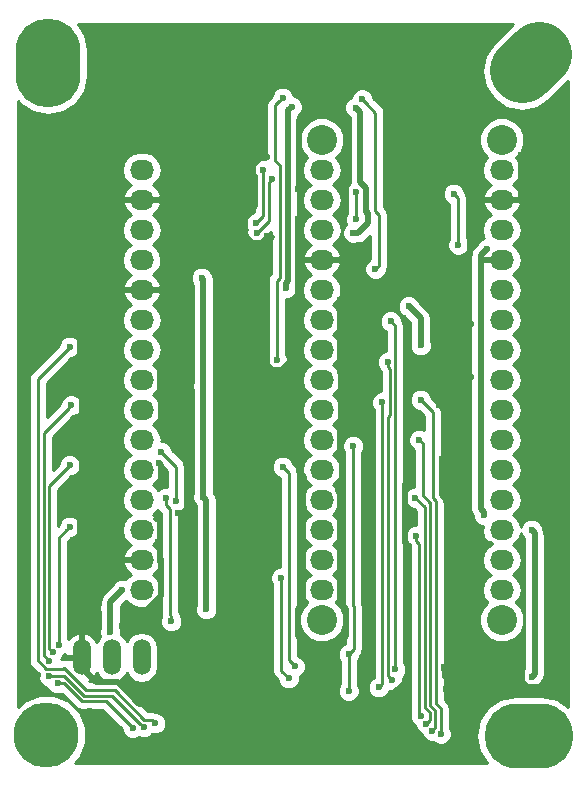
<source format=gbr>
G04 #@! TF.FileFunction,Copper,L2,Bot,Signal*
%FSLAX46Y46*%
G04 Gerber Fmt 4.6, Leading zero omitted, Abs format (unit mm)*
G04 Created by KiCad (PCBNEW 4.0.7) date 07/05/18 08:47:20*
%MOMM*%
%LPD*%
G01*
G04 APERTURE LIST*
%ADD10C,0.100000*%
%ADD11O,2.032000X1.727200*%
%ADD12C,2.540000*%
%ADD13O,1.506220X3.014980*%
%ADD14C,5.500000*%
%ADD15O,7.500000X5.500000*%
%ADD16C,5.500000*%
%ADD17O,5.500000X7.500000*%
%ADD18C,0.600000*%
%ADD19C,0.250000*%
%ADD20C,0.500000*%
%ADD21C,0.254000*%
G04 APERTURE END LIST*
D10*
D11*
X124206000Y-71247000D03*
X124206000Y-73787000D03*
X124206000Y-76327000D03*
X124206000Y-78867000D03*
X124206000Y-81407000D03*
X124206000Y-83947000D03*
X124206000Y-86487000D03*
X124206000Y-89027000D03*
X124206000Y-91567000D03*
X124206000Y-94107000D03*
X124206000Y-96647000D03*
X124206000Y-99187000D03*
X124206000Y-101727000D03*
X124206000Y-104267000D03*
X124206000Y-106807000D03*
X139446000Y-71247000D03*
X139446000Y-73787000D03*
X139446000Y-76327000D03*
X139446000Y-78867000D03*
X139446000Y-81407000D03*
X139446000Y-83947000D03*
X139446000Y-86487000D03*
X139446000Y-89027000D03*
X139446000Y-91567000D03*
X139446000Y-94107000D03*
X139446000Y-96647000D03*
X139446000Y-99187000D03*
X139446000Y-101727000D03*
X139446000Y-104267000D03*
X139446000Y-106807000D03*
X154686000Y-71247000D03*
X154686000Y-73787000D03*
X154686000Y-76327000D03*
X154686000Y-78867000D03*
X154686000Y-81407000D03*
X154686000Y-83947000D03*
X154686000Y-86487000D03*
X154686000Y-89027000D03*
X154686000Y-91567000D03*
X154686000Y-94107000D03*
X154686000Y-96647000D03*
X154686000Y-99187000D03*
X154686000Y-101727000D03*
X154686000Y-104267000D03*
X154686000Y-106807000D03*
D12*
X139446000Y-68707000D03*
X139446000Y-109347000D03*
X154686000Y-109347000D03*
X154686000Y-68707000D03*
D13*
X119126000Y-112522000D03*
X121666000Y-112522000D03*
X124206000Y-112522000D03*
D14*
X157861987Y-61406053D02*
X156447773Y-62820267D01*
D15*
X156966920Y-119161560D03*
D16*
X116144040Y-119100600D03*
D17*
X116276120Y-62174120D03*
D18*
X142367000Y-75438001D03*
X142367000Y-73152000D03*
X151003000Y-77597000D03*
X150622000Y-73279000D03*
X153416000Y-77977982D03*
X121539000Y-108331000D03*
X157226000Y-114173000D03*
X157226000Y-101727000D03*
X121539000Y-110363000D03*
X122555000Y-106807000D03*
X153162000Y-100457000D03*
X152057990Y-84328000D03*
X152057990Y-88747525D03*
X151277320Y-89565480D03*
X150427720Y-88761000D03*
X158686500Y-110617000D03*
X155765500Y-115570000D03*
X153606500Y-116268500D03*
X151802922Y-118658640D03*
X149580600Y-120437034D03*
X146898360Y-120487035D03*
X144139920Y-120487035D03*
X141112240Y-120487035D03*
X138247120Y-120487035D03*
X134726680Y-120487035D03*
X131226560Y-120487035D03*
X127650240Y-120487035D03*
X123246274Y-120437034D03*
X121686320Y-118877080D03*
X119842280Y-117033040D03*
X115443000Y-114046000D03*
X120406160Y-114325400D03*
X128270000Y-90170000D03*
X127127000Y-86233000D03*
X128270000Y-81661000D03*
X131191000Y-88265000D03*
X132969000Y-85852000D03*
X132334000Y-104267000D03*
X132588000Y-94705010D03*
X130937000Y-97409000D03*
X131699000Y-107061000D03*
X127635000Y-113554480D03*
X126213308Y-111956731D03*
X138049000Y-111887000D03*
X140462000Y-111760000D03*
X144907000Y-117432967D03*
X142367000Y-117432967D03*
X140335000Y-117432967D03*
X137541000Y-117432967D03*
X134239000Y-117602000D03*
X129794000Y-117602000D03*
X127127000Y-117602000D03*
X146772075Y-117054075D03*
X149987000Y-115189000D03*
X153289000Y-115316000D03*
X146685000Y-89027000D03*
X146558000Y-92456000D03*
X146685000Y-95123000D03*
X146608998Y-97790000D03*
X146812000Y-103124000D03*
X145585264Y-115570000D03*
X146812000Y-113919000D03*
X158686500Y-103060500D03*
X158559500Y-108902500D03*
X158623000Y-106172000D03*
X158623000Y-111633000D03*
X158242000Y-115062000D03*
X157099000Y-68707000D03*
X154686000Y-66421000D03*
X152400000Y-68199000D03*
X150114000Y-69342000D03*
X148018500Y-67627500D03*
X147066000Y-65151000D03*
X143510000Y-61849000D03*
X139827000Y-61849000D03*
X135636000Y-61849000D03*
X133731000Y-63627000D03*
X131421235Y-66004670D03*
X128511260Y-66090555D03*
X123825000Y-68834000D03*
X122174000Y-72517000D03*
X122301000Y-74803000D03*
X122428000Y-77597000D03*
X141224000Y-74803000D03*
X141478000Y-70231000D03*
X140779500Y-66357500D03*
X138049000Y-66548000D03*
X156337000Y-80137000D03*
X156337000Y-80137000D03*
X156337000Y-77470000D03*
X156337000Y-77470000D03*
X156337000Y-69977000D03*
X149606000Y-95758000D03*
X140970000Y-82296000D03*
X114046000Y-81407000D03*
X125791585Y-87757000D03*
X140970000Y-95377000D03*
X140843000Y-98044000D03*
X140843000Y-100584000D03*
X140970000Y-102997000D03*
X140970000Y-105410000D03*
X140970000Y-107950000D03*
X137922000Y-107950000D03*
X137922000Y-105664000D03*
X137922000Y-102997000D03*
X137922000Y-100584000D03*
X138012010Y-97917000D03*
X137541000Y-95250000D03*
X137541000Y-92964000D03*
X137541000Y-89154000D03*
X137415019Y-86854983D03*
X137415019Y-83566000D03*
X118999000Y-105283000D03*
X125730000Y-104267000D03*
X125476000Y-100711000D03*
X127307021Y-100329569D03*
X128057279Y-99001372D03*
X125578308Y-102743000D03*
X125766990Y-105537000D03*
X122555000Y-109855000D03*
X125857000Y-98044000D03*
X125713480Y-96093906D03*
X126761262Y-94449845D03*
X125857000Y-90805000D03*
X125857000Y-90805000D03*
X126301500Y-85788500D03*
X126301500Y-85788500D03*
X126047500Y-81343500D03*
X137415019Y-75368764D03*
X134117994Y-77471120D03*
X133016777Y-77062365D03*
X131191000Y-77052010D03*
X129540000Y-77052010D03*
X128143000Y-77052010D03*
X126872364Y-77378356D03*
X128016000Y-74938139D03*
X129540000Y-74938139D03*
X131191000Y-74938139D03*
X133767990Y-73279000D03*
X133767990Y-71835276D03*
X137415019Y-72898000D03*
X137541000Y-70521990D03*
X134783990Y-70160766D03*
X134838811Y-76865603D03*
X133223000Y-74938139D03*
X126118153Y-75421528D03*
X125937859Y-78312859D03*
X158115000Y-100838000D03*
X156375990Y-113284000D03*
X149823010Y-113322990D03*
X142113000Y-80645000D03*
X142113000Y-84074000D03*
X142113000Y-87503000D03*
X141986000Y-91059000D03*
X152082500Y-104584500D03*
X153225500Y-103251000D03*
X149987000Y-99187000D03*
X149869009Y-94107000D03*
X150634000Y-95377000D03*
X122428000Y-81407000D03*
X151638000Y-83566000D03*
X149352000Y-91186000D03*
X153162000Y-75057000D03*
X119126000Y-92710000D03*
X134366000Y-89535000D03*
X121539000Y-104267000D03*
X121539000Y-105029000D03*
X119126000Y-109982000D03*
X120650000Y-106045000D03*
X118999000Y-102743000D03*
X119126000Y-97790000D03*
X134366000Y-98933000D03*
X134366000Y-108331000D03*
X118999000Y-87503000D03*
X119126000Y-81407000D03*
X125730000Y-74930000D03*
X152019000Y-78359000D03*
X152146000Y-76835000D03*
X141097000Y-77343000D03*
X140970000Y-87757000D03*
X140970000Y-85090000D03*
X137668000Y-78867000D03*
X137541000Y-80391000D03*
X134239000Y-80391000D03*
X126873000Y-78613000D03*
X134239000Y-78613000D03*
X147828000Y-86106000D03*
X146812000Y-82804000D03*
X136906000Y-65912998D03*
X142312767Y-65980791D03*
X136398000Y-81280000D03*
X142113000Y-76581000D03*
X129286000Y-80391000D03*
X129413000Y-89535000D03*
X129413000Y-98933000D03*
X129667000Y-108458000D03*
X147828000Y-117475000D03*
X147447000Y-102235000D03*
X118110004Y-86233000D03*
X125349000Y-118110004D03*
X136144000Y-65151000D03*
X142875000Y-65278000D03*
X144000220Y-79646780D03*
X135636000Y-87376000D03*
X127127000Y-99314000D03*
X125857000Y-95123000D03*
X148281958Y-118133742D03*
X118236998Y-91186000D03*
X124361238Y-118432794D03*
X116377720Y-114142520D03*
X116392956Y-112842044D03*
X147374984Y-99005988D03*
X117088920Y-114721640D03*
X148777924Y-118761466D03*
X118110000Y-96266000D03*
X116665441Y-112089867D03*
X123443998Y-118491000D03*
X147701000Y-94107000D03*
X126707020Y-109474000D03*
X126238000Y-99060000D03*
X149534784Y-119020662D03*
X118110004Y-101473000D03*
X117177622Y-111475303D03*
X147828000Y-90716990D03*
X145669000Y-113538002D03*
X136144000Y-96393000D03*
X137160000Y-113284000D03*
X145288000Y-84074000D03*
X145043980Y-87503000D03*
X145362435Y-114403943D03*
X136026980Y-105791000D03*
X136652000Y-114300000D03*
X144593969Y-90932000D03*
X144272000Y-115062000D03*
X142113002Y-94615000D03*
X141732000Y-115372958D03*
X141732000Y-112268000D03*
X133878269Y-75788140D03*
X134493000Y-71247000D03*
X133984994Y-76581000D03*
X135255000Y-72009000D03*
D19*
X142367000Y-73152000D02*
X142367000Y-75438001D01*
X151003000Y-73660000D02*
X151003000Y-77597000D01*
X150622000Y-73279000D02*
X151003000Y-73660000D01*
D20*
X157226000Y-101727000D02*
X157480000Y-101981000D01*
X157480000Y-101981000D02*
X157480000Y-113919000D01*
X157480000Y-113919000D02*
X157226000Y-114173000D01*
X153116001Y-78277981D02*
X153416000Y-77977982D01*
X152908000Y-78485982D02*
X153116001Y-78277981D01*
X152908000Y-78994000D02*
X152908000Y-78485982D01*
X121539000Y-107906736D02*
X121539000Y-108331000D01*
X121539000Y-107823000D02*
X121539000Y-107906736D01*
X122555000Y-106807000D02*
X121539000Y-107823000D01*
X121539000Y-110363000D02*
X121539000Y-108331000D01*
X152908000Y-99949000D02*
X152908000Y-78994000D01*
X154686000Y-78867000D02*
X153170000Y-78867000D01*
X153170000Y-78867000D02*
X153043000Y-78994000D01*
X153043000Y-78994000D02*
X152908000Y-78994000D01*
X153162000Y-100457000D02*
X153162000Y-100203000D01*
X153162000Y-100203000D02*
X152908000Y-99949000D01*
X156337000Y-80137000D02*
X156527500Y-80137000D01*
X157035500Y-78168500D02*
X156337000Y-77470000D01*
X157035500Y-79629000D02*
X157035500Y-78168500D01*
X156527500Y-80137000D02*
X157035500Y-79629000D01*
X156337000Y-77470000D02*
X156337000Y-77406500D01*
X156337000Y-77406500D02*
X156908500Y-76835000D01*
X156908500Y-76835000D02*
X156908500Y-74358500D01*
X156908500Y-74358500D02*
X156337000Y-73787000D01*
X151277320Y-89565480D02*
X151277320Y-89528195D01*
X151277320Y-89528195D02*
X152057990Y-88747525D01*
X119126000Y-112522000D02*
X119126000Y-113411000D01*
X119126000Y-113411000D02*
X120316999Y-114601999D01*
X120316999Y-114601999D02*
X122160607Y-114601999D01*
X122160607Y-114601999D02*
X124017608Y-116459000D01*
X124017608Y-116459000D02*
X144696264Y-116459000D01*
X144696264Y-116459000D02*
X145585264Y-115570000D01*
X126301500Y-85788500D02*
X126150471Y-85256471D01*
X126150471Y-85256471D02*
X127127000Y-86233000D01*
X131191000Y-88265000D02*
X131490999Y-88564999D01*
X132588000Y-94705010D02*
X136996010Y-94705010D01*
X136996010Y-94705010D02*
X137541000Y-95250000D01*
X130937000Y-97409000D02*
X133096000Y-95250000D01*
X133096000Y-95250000D02*
X137541000Y-95250000D01*
X127635000Y-113554480D02*
X127335001Y-113854479D01*
X127335001Y-113854479D02*
X127335001Y-115143001D01*
X129494001Y-117302001D02*
X129794000Y-117602000D01*
X127335001Y-115143001D02*
X129494001Y-117302001D01*
X146772075Y-117054075D02*
X144057925Y-117054075D01*
X153289000Y-115316000D02*
X150114000Y-115316000D01*
X150114000Y-115316000D02*
X149987000Y-115189000D01*
X146558000Y-92456000D02*
X146558000Y-89154000D01*
X146558000Y-89154000D02*
X146685000Y-89027000D01*
X146685000Y-95123000D02*
X146685000Y-92583000D01*
X146685000Y-92583000D02*
X146558000Y-92456000D01*
X146608998Y-97790000D02*
X146608998Y-95199002D01*
X146608998Y-95199002D02*
X146685000Y-95123000D01*
X146812000Y-103124000D02*
X146512001Y-102824001D01*
X146512001Y-102824001D02*
X146512001Y-97886997D01*
X146512001Y-97886997D02*
X146608998Y-97790000D01*
X146812000Y-113919000D02*
X146812000Y-103124000D01*
X146812000Y-113919000D02*
X146812000Y-114343264D01*
X146812000Y-114343264D02*
X145585264Y-115570000D01*
X158369000Y-101604989D02*
X158686500Y-103060500D01*
X158686500Y-103060500D02*
X158623000Y-106172000D01*
X158559500Y-108902500D02*
X158686500Y-103060500D01*
X158623000Y-106172000D02*
X158559500Y-108902500D01*
X158115000Y-100838000D02*
X158369000Y-101604989D01*
X158242000Y-115062000D02*
X158623000Y-114681000D01*
X158623000Y-114681000D02*
X158623000Y-111633000D01*
X156375990Y-113284000D02*
X156375990Y-114580992D01*
X156375990Y-114580992D02*
X156856998Y-115062000D01*
X156856998Y-115062000D02*
X158242000Y-115062000D01*
X155620999Y-66720999D02*
X157099000Y-68199000D01*
X157099000Y-68199000D02*
X157099000Y-68707000D01*
X154686000Y-66421000D02*
X154985999Y-66720999D01*
X154985999Y-66720999D02*
X155620999Y-66720999D01*
X150114000Y-69342000D02*
X151257000Y-69342000D01*
X151257000Y-69342000D02*
X152400000Y-68199000D01*
X147574000Y-66083264D02*
X148018500Y-67627500D01*
X147066000Y-65151000D02*
X147066000Y-65575264D01*
X147066000Y-65575264D02*
X147574000Y-66083264D01*
X143210001Y-62148999D02*
X143510000Y-61849000D01*
X139827000Y-61849000D02*
X140126999Y-62148999D01*
X140126999Y-62148999D02*
X143210001Y-62148999D01*
X134157999Y-63327001D02*
X135636000Y-61849000D01*
X133731000Y-63627000D02*
X134030999Y-63327001D01*
X134030999Y-63327001D02*
X134157999Y-63327001D01*
X128511260Y-66090555D02*
X131421235Y-66004670D01*
X131495555Y-66090555D02*
X131421235Y-66016235D01*
X131421235Y-66016235D02*
X131421235Y-66004670D01*
X122174000Y-72517000D02*
X122174000Y-70485000D01*
X122174000Y-70485000D02*
X123825000Y-68834000D01*
X122428000Y-77597000D02*
X122428000Y-74930000D01*
X122428000Y-74930000D02*
X122301000Y-74803000D01*
X141478000Y-70231000D02*
X141478000Y-74549000D01*
X141478000Y-74549000D02*
X141224000Y-74803000D01*
X140779500Y-66357500D02*
X141478000Y-66929000D01*
X141478000Y-66929000D02*
X141478000Y-70231000D01*
X138049000Y-66548000D02*
X138348999Y-66248001D01*
X138348999Y-66248001D02*
X140779500Y-66357500D01*
X137541000Y-70521990D02*
X137541000Y-67056000D01*
X137541000Y-67056000D02*
X138049000Y-66548000D01*
X156337000Y-73787000D02*
X156337000Y-69977000D01*
X149987000Y-99187000D02*
X149987000Y-96024000D01*
X149987000Y-96024000D02*
X150634000Y-95377000D01*
X149606000Y-96182264D02*
X149606000Y-95758000D01*
X149606000Y-98806000D02*
X149606000Y-96182264D01*
X149987000Y-99187000D02*
X149606000Y-98806000D01*
X137922000Y-107950000D02*
X137414000Y-108458000D01*
X137414000Y-108458000D02*
X137414000Y-110744000D01*
X137414000Y-110744000D02*
X138557000Y-111887000D01*
X138557000Y-111887000D02*
X140335000Y-111887000D01*
X140335000Y-111887000D02*
X141478000Y-110744000D01*
X141478000Y-110744000D02*
X141478000Y-108458000D01*
X141478000Y-108458000D02*
X140970000Y-107950000D01*
X140970000Y-82720264D02*
X140970000Y-82296000D01*
X141012010Y-84074000D02*
X141012010Y-82762274D01*
X141012010Y-82762274D02*
X140970000Y-82720264D01*
X141269999Y-81996001D02*
X140970000Y-82296000D01*
X141269999Y-80645000D02*
X141269999Y-81996001D01*
X119126000Y-81407000D02*
X114046000Y-81407000D01*
X125791585Y-87757000D02*
X125791585Y-90739585D01*
X126301500Y-85788500D02*
X125791585Y-87757000D01*
D19*
X141012010Y-86106000D02*
X140970000Y-86106000D01*
D20*
X140970000Y-87757000D02*
X140970000Y-87114546D01*
X141012010Y-87072536D02*
X141012010Y-86106000D01*
X140970000Y-87114546D02*
X141012010Y-87072536D01*
X140970000Y-85090000D02*
X140970000Y-85859454D01*
X140970000Y-85859454D02*
X140970000Y-86106000D01*
X141101666Y-92451334D02*
X141101666Y-92583000D01*
X141101666Y-92583000D02*
X141101666Y-92705334D01*
X141101666Y-88531120D02*
X141101666Y-92583000D01*
X140970000Y-87757000D02*
X140970000Y-88399454D01*
X140970000Y-88399454D02*
X141101666Y-88531120D01*
X141101666Y-92705334D02*
X141012010Y-92794990D01*
X141012010Y-92794990D02*
X141012010Y-94910726D01*
X141012010Y-94910726D02*
X140970000Y-94952736D01*
X140970000Y-94952736D02*
X140970000Y-95377000D01*
X141101666Y-95245334D02*
X140970000Y-95377000D01*
D19*
X140970000Y-92319668D02*
X141101666Y-92451334D01*
X140970000Y-87757000D02*
X140970000Y-92319668D01*
D20*
X140843000Y-98044000D02*
X141142999Y-97744001D01*
X141142999Y-97744001D02*
X141142999Y-95549999D01*
X141142999Y-95549999D02*
X140970000Y-95377000D01*
X140843000Y-100584000D02*
X140843000Y-100159736D01*
X140843000Y-100159736D02*
X141012010Y-99990726D01*
X141012010Y-99990726D02*
X141012010Y-98637274D01*
X140843000Y-98468264D02*
X140843000Y-98044000D01*
X141012010Y-98637274D02*
X140843000Y-98468264D01*
X140970000Y-102997000D02*
X140970000Y-102354546D01*
X140970000Y-100711000D02*
X140843000Y-100584000D01*
X140970000Y-102354546D02*
X141012010Y-102312536D01*
X141012010Y-102312536D02*
X141012010Y-101141464D01*
X141012010Y-101141464D02*
X140970000Y-101099454D01*
X140970000Y-101099454D02*
X140970000Y-100711000D01*
X140970000Y-107950000D02*
X140970000Y-107434546D01*
X140970000Y-107434546D02*
X141012010Y-107392536D01*
X141012010Y-107392536D02*
X141012010Y-106221464D01*
X141012010Y-106221464D02*
X140970000Y-106179454D01*
X140970000Y-106179454D02*
X140970000Y-105410000D01*
X140970000Y-105410000D02*
X140970000Y-104894546D01*
X140970000Y-104894546D02*
X141012010Y-104852536D01*
X141012010Y-104852536D02*
X141012010Y-103681464D01*
X141012010Y-103681464D02*
X140970000Y-103639454D01*
X140970000Y-103639454D02*
X140970000Y-102997000D01*
X137922000Y-107950000D02*
X137922000Y-108077000D01*
X137922000Y-108077000D02*
X137708010Y-108290990D01*
X137922000Y-105664000D02*
X137922000Y-106088264D01*
X137922000Y-106088264D02*
X137879990Y-106130274D01*
X137879990Y-106130274D02*
X137879990Y-107907990D01*
X137879990Y-107907990D02*
X137922000Y-107950000D01*
X138012010Y-97917000D02*
X137922000Y-98007010D01*
X137922000Y-98007010D02*
X137922000Y-98559454D01*
X137922000Y-98559454D02*
X137879990Y-98601464D01*
X137879990Y-98601464D02*
X137879990Y-99772536D01*
X137879990Y-99772536D02*
X137922000Y-99814546D01*
X137922000Y-99814546D02*
X137922000Y-100584000D01*
X137922000Y-102997000D02*
X137922000Y-103421264D01*
X137922000Y-103421264D02*
X137879990Y-103463274D01*
X137879990Y-103463274D02*
X137879990Y-105621990D01*
X137879990Y-105621990D02*
X137922000Y-105664000D01*
X137922000Y-100584000D02*
X137922000Y-101008264D01*
X137879990Y-102954990D02*
X137922000Y-102997000D01*
X137922000Y-101008264D02*
X137879990Y-101050274D01*
X137879990Y-101050274D02*
X137879990Y-102954990D01*
X137962010Y-97256402D02*
X137962010Y-97867000D01*
X137962010Y-97867000D02*
X138012010Y-97917000D01*
X137541000Y-95250000D02*
X137541000Y-96835392D01*
X137541000Y-96835392D02*
X137962010Y-97256402D01*
X137541000Y-92964000D02*
X137541000Y-95250000D01*
X137541000Y-89154000D02*
X137541000Y-92964000D01*
X137415019Y-86854983D02*
X137415019Y-89028019D01*
X137415019Y-89028019D02*
X137541000Y-89154000D01*
X137415019Y-83566000D02*
X137415019Y-86854983D01*
X137415019Y-75368764D02*
X137415019Y-83566000D01*
X118999000Y-105283000D02*
X118999000Y-104267000D01*
X118999000Y-109601000D02*
X118999000Y-105283000D01*
D19*
X118999000Y-106045000D02*
X118999000Y-104394000D01*
X118999000Y-109601000D02*
X118999000Y-106045000D01*
D20*
X118999000Y-106045000D02*
X120650000Y-106045000D01*
X121539000Y-104267000D02*
X121539000Y-105029000D01*
X125476000Y-100754264D02*
X125476000Y-100711000D01*
X128057279Y-100003575D02*
X128057279Y-99425636D01*
X128057279Y-99425636D02*
X128057279Y-99001372D01*
X127731285Y-100329569D02*
X128057279Y-100003575D01*
X127307021Y-100329569D02*
X127731285Y-100329569D01*
X125435990Y-100805444D02*
X125476000Y-100765434D01*
X125476000Y-100765434D02*
X125476000Y-100754264D01*
X125772010Y-102743000D02*
X125772010Y-101050274D01*
X125772010Y-101050274D02*
X125476000Y-100754264D01*
X125772010Y-102743000D02*
X125772010Y-104182010D01*
X125772010Y-102743000D02*
X125578308Y-102743000D01*
X125816990Y-106045000D02*
X125766990Y-105537000D01*
X125816990Y-105537000D02*
X125766990Y-105537000D01*
X125816990Y-106045000D02*
X125816990Y-107347556D01*
X125816990Y-104226990D02*
X125816990Y-106045000D01*
X123309546Y-109855000D02*
X122555000Y-109855000D01*
X125816990Y-107347556D02*
X123309546Y-109855000D01*
X125772010Y-104182010D02*
X125816990Y-104226990D01*
X125713480Y-96093906D02*
X125857000Y-96237426D01*
X125857000Y-96237426D02*
X125857000Y-98044000D01*
X125857000Y-90805000D02*
X125857000Y-93545583D01*
X125857000Y-93545583D02*
X126761262Y-94449845D01*
X125791585Y-90739585D02*
X125857000Y-90805000D01*
X126047500Y-81343500D02*
X126109085Y-81405085D01*
X126109085Y-81405085D02*
X126301500Y-85788500D01*
X126047500Y-81343500D02*
X126255359Y-81135641D01*
X126255359Y-81135641D02*
X125937859Y-78312859D01*
X126029999Y-81107001D02*
X126047500Y-81343500D01*
X126537999Y-81107001D02*
X126029999Y-81107001D01*
X126619000Y-81026000D02*
X126537999Y-81107001D01*
X126619000Y-78867000D02*
X126619000Y-81026000D01*
X126873000Y-78613000D02*
X126873000Y-80772000D01*
X126873000Y-80772000D02*
X126537999Y-81107001D01*
X137415019Y-86854983D02*
X136044001Y-88226001D01*
X134785999Y-87784001D02*
X134785999Y-77342679D01*
X136044001Y-88226001D02*
X135227999Y-88226001D01*
X135227999Y-88226001D02*
X134785999Y-87784001D01*
X134785999Y-77342679D02*
X135214990Y-76913688D01*
X133817990Y-73279000D02*
X133817990Y-71829992D01*
X133817990Y-74343149D02*
X133817990Y-73279000D01*
X133817990Y-73279000D02*
X133767990Y-73279000D01*
X133767990Y-71835276D02*
X133642999Y-71655001D01*
X133817990Y-71829992D02*
X133773274Y-71829992D01*
X133773274Y-71829992D02*
X133767990Y-71835276D01*
X137541000Y-70521990D02*
X137541000Y-72772019D01*
X137541000Y-72772019D02*
X137415019Y-72898000D01*
X134250998Y-70231000D02*
X134713756Y-70231000D01*
X134713756Y-70231000D02*
X134783990Y-70160766D01*
X133642999Y-71655001D02*
X133642999Y-70838999D01*
X133642999Y-70838999D02*
X134250998Y-70231000D01*
X133223000Y-74938139D02*
X133817990Y-74343149D01*
X133223000Y-74938139D02*
X132923001Y-75238138D01*
X132923001Y-75238138D02*
X132923001Y-76777009D01*
X132923001Y-76777009D02*
X133576993Y-77431001D01*
X133576993Y-77431001D02*
X134392995Y-77431001D01*
X134392995Y-77431001D02*
X134838811Y-76985185D01*
X134838811Y-76985185D02*
X134838811Y-76865603D01*
X126873000Y-78613000D02*
X126238000Y-78613000D01*
X126238000Y-78613000D02*
X125937859Y-78312859D01*
X118999000Y-87503000D02*
X118999000Y-81534000D01*
X118999000Y-81534000D02*
X119126000Y-81407000D01*
X119126000Y-92710000D02*
X119126000Y-87630000D01*
X119126000Y-87630000D02*
X118999000Y-87503000D01*
X119126000Y-97790000D02*
X119126000Y-92710000D01*
X118999000Y-102743000D02*
X118999000Y-97917000D01*
X118999000Y-97917000D02*
X119126000Y-97790000D01*
X153225500Y-103251000D02*
X153207999Y-102951001D01*
X153207999Y-102951001D02*
X153758455Y-102951001D01*
X156337000Y-114173000D02*
X156337000Y-113538000D01*
X156337000Y-113538000D02*
X156375990Y-113499010D01*
X156375990Y-113499010D02*
X156375990Y-113284000D01*
X149860000Y-114173000D02*
X156337000Y-114173000D01*
X149860000Y-113611980D02*
X149860000Y-114173000D01*
X149823010Y-113322990D02*
X149823010Y-113574990D01*
X149823010Y-113574990D02*
X149860000Y-113611980D01*
X156337000Y-73787000D02*
X154686000Y-73787000D01*
X141269999Y-80645000D02*
X141269999Y-77515999D01*
X142113000Y-80645000D02*
X141269999Y-80645000D01*
X141269999Y-77515999D02*
X141097000Y-77343000D01*
X140970000Y-85090000D02*
X140970000Y-84574546D01*
X140970000Y-84574546D02*
X141012010Y-84532536D01*
X141012010Y-84532536D02*
X141012010Y-84074000D01*
X142113000Y-84074000D02*
X141012010Y-84074000D01*
X142113000Y-87503000D02*
X141224000Y-87503000D01*
X141224000Y-87503000D02*
X140970000Y-87757000D01*
X152483736Y-103251000D02*
X152483736Y-103548264D01*
X152483736Y-103548264D02*
X152082500Y-104584500D01*
X153225500Y-103251000D02*
X152483736Y-103251000D01*
X126873000Y-78613000D02*
X126873000Y-76073000D01*
X126873000Y-76073000D02*
X125730000Y-74930000D01*
X134239000Y-80391000D02*
X134239000Y-78613000D01*
X134366000Y-89535000D02*
X134366000Y-80518000D01*
X134366000Y-80518000D02*
X134239000Y-80391000D01*
X134366000Y-98933000D02*
X134366000Y-89535000D01*
X134366000Y-108331000D02*
X134366000Y-98933000D01*
X122428000Y-81407000D02*
X119126000Y-81407000D01*
X118999000Y-104267000D02*
X118999000Y-102743000D01*
X120650000Y-106045000D02*
X118999000Y-104394000D01*
X118999000Y-104394000D02*
X118999000Y-104267000D01*
D19*
X118999000Y-109728000D02*
X118999000Y-109601000D01*
D20*
X119126000Y-109982000D02*
X119126000Y-109855000D01*
X119126000Y-109855000D02*
X118999000Y-109728000D01*
X151638000Y-83566000D02*
X151638000Y-83820000D01*
X151638000Y-83820000D02*
X149352000Y-86106000D01*
X149352000Y-86106000D02*
X149352000Y-91186000D01*
X152019000Y-78359000D02*
X152019000Y-76962000D01*
X152019000Y-76962000D02*
X152146000Y-76835000D01*
D19*
X118999000Y-104394000D02*
X118999000Y-102743000D01*
X137668000Y-78867000D02*
X137541000Y-78994000D01*
X137541000Y-78994000D02*
X137541000Y-80391000D01*
D20*
X147828000Y-83820000D02*
X147828000Y-86106000D01*
X146812000Y-82804000D02*
X147828000Y-83820000D01*
X146812000Y-82804000D02*
X147320000Y-83312000D01*
X142537264Y-76581000D02*
X143344002Y-75774262D01*
X142709001Y-66377025D02*
X142612766Y-66280790D01*
X143344002Y-75774262D02*
X143344002Y-74902998D01*
X143217001Y-72743999D02*
X142709001Y-72235999D01*
X142709001Y-72235999D02*
X142709001Y-66377025D01*
X143344002Y-74902998D02*
X143217001Y-74775997D01*
X143217001Y-74775997D02*
X143217001Y-72743999D01*
X142612766Y-66280790D02*
X142312767Y-65980791D01*
X142113000Y-76581000D02*
X142537264Y-76581000D01*
X136565009Y-66253989D02*
X136606001Y-66212997D01*
X136606001Y-66212997D02*
X136906000Y-65912998D01*
X136565009Y-80688727D02*
X136565009Y-66253989D01*
X136398000Y-80855736D02*
X136565009Y-80688727D01*
X136398000Y-81280000D02*
X136398000Y-80855736D01*
X129667000Y-108458000D02*
X129667000Y-99187000D01*
X129667000Y-99187000D02*
X129413000Y-98933000D01*
X129413000Y-89535000D02*
X129413000Y-80518000D01*
X129413000Y-80518000D02*
X129286000Y-80391000D01*
X129413000Y-98933000D02*
X129413000Y-98508736D01*
X129413000Y-98508736D02*
X129413000Y-89535000D01*
D19*
X116092955Y-113467045D02*
X117530461Y-113467045D01*
X117530461Y-113467045D02*
X117589173Y-113408333D01*
X118110004Y-86233000D02*
X115397001Y-88946003D01*
X115397001Y-88946003D02*
X115397001Y-112771091D01*
X117591840Y-113408333D02*
X119499507Y-115316000D01*
X115397001Y-112771091D02*
X116092955Y-113467045D01*
X124414005Y-117810005D02*
X125049001Y-117810005D01*
X119499507Y-115316000D02*
X121920000Y-115316000D01*
X125049001Y-117810005D02*
X125349000Y-118110004D01*
X117589173Y-113408333D02*
X117591840Y-113408333D01*
X121920000Y-115316000D02*
X124414005Y-117810005D01*
X147447000Y-102659264D02*
X147701000Y-102913264D01*
X147701000Y-117348000D02*
X147828000Y-117475000D01*
X147701000Y-102913264D02*
X147701000Y-117348000D01*
X147447000Y-102235000D02*
X147447000Y-102659264D01*
X144300219Y-75031606D02*
X144000220Y-74731607D01*
X144000220Y-79646780D02*
X144300219Y-79346781D01*
X144000220Y-66403220D02*
X143174999Y-65577999D01*
X144300219Y-79346781D02*
X144300219Y-75031606D01*
X143174999Y-65577999D02*
X142875000Y-65278000D01*
X144000220Y-74731607D02*
X144000220Y-66403220D01*
X135844001Y-65450999D02*
X136144000Y-65151000D01*
X135509000Y-70485000D02*
X135509000Y-65786000D01*
X135509000Y-65786000D02*
X135844001Y-65450999D01*
X135890000Y-70866000D02*
X135509000Y-70485000D01*
X135890000Y-80391000D02*
X135890000Y-70866000D01*
X135636000Y-80645000D02*
X135890000Y-80391000D01*
X135636000Y-87376000D02*
X135636000Y-80645000D01*
X127127000Y-98889736D02*
X127127000Y-99314000D01*
X127127000Y-96393000D02*
X127127000Y-98889736D01*
X125857000Y-95123000D02*
X127127000Y-96393000D01*
X124061239Y-118132795D02*
X124361238Y-118432794D01*
X116801984Y-114142520D02*
X116878345Y-114066159D01*
X119313107Y-115766010D02*
X121694454Y-115766010D01*
X121694454Y-115766010D02*
X124061239Y-118132795D01*
X117613256Y-114066159D02*
X119313107Y-115766010D01*
X116878345Y-114066159D02*
X117613256Y-114066159D01*
X116377720Y-114142520D02*
X116801984Y-114142520D01*
X148581957Y-117176953D02*
X148581957Y-117833743D01*
X148183044Y-116778040D02*
X148581957Y-117176953D01*
X147374984Y-99005988D02*
X148183044Y-99814048D01*
X148183044Y-99814048D02*
X148183044Y-116778040D01*
X148581957Y-117833743D02*
X148281958Y-118133742D01*
X115905001Y-93517997D02*
X117936999Y-91485999D01*
X116392956Y-112842044D02*
X115905001Y-112354089D01*
X117936999Y-91485999D02*
X118236998Y-91186000D01*
X115905001Y-112354089D02*
X115905001Y-93517997D01*
X117088920Y-114721640D02*
X117632327Y-114721640D01*
X117632327Y-114721640D02*
X119126706Y-116216019D01*
X119126706Y-116216019D02*
X121169018Y-116216020D01*
X121169018Y-116216020D02*
X123443998Y-118491000D01*
X148635999Y-99427019D02*
X148635999Y-116594585D01*
X149077923Y-118461467D02*
X148777924Y-118761466D01*
X148635999Y-116594585D02*
X149077923Y-117036509D01*
X147701000Y-94107000D02*
X148000999Y-94406999D01*
X148000999Y-98792019D02*
X148635999Y-99427019D01*
X148000999Y-94406999D02*
X148000999Y-98792019D01*
X149077923Y-117036509D02*
X149077923Y-118461467D01*
X116365442Y-98010558D02*
X117810001Y-96565999D01*
X116665441Y-112089867D02*
X116365442Y-111789868D01*
X117810001Y-96565999D02*
X118110000Y-96266000D01*
X116365442Y-111789868D02*
X116365442Y-98010558D01*
X126707020Y-109049736D02*
X126707020Y-109474000D01*
X126580020Y-108922736D02*
X126707020Y-109049736D01*
X126580020Y-99980018D02*
X126580020Y-108922736D01*
X126238000Y-99060000D02*
X126238000Y-99637998D01*
X126238000Y-99637998D02*
X126580020Y-99980018D01*
X149534784Y-116856958D02*
X149534784Y-118596398D01*
X148880998Y-99035607D02*
X149098000Y-99252609D01*
X148880998Y-91769988D02*
X148880998Y-99035607D01*
X149098000Y-116420174D02*
X149534784Y-116856958D01*
X147828000Y-90716990D02*
X148880998Y-91769988D01*
X149534784Y-118596398D02*
X149534784Y-119020662D01*
X149098000Y-99252609D02*
X149098000Y-116420174D01*
X117810005Y-101772999D02*
X118110004Y-101473000D01*
X117177622Y-102405382D02*
X117810005Y-101772999D01*
X117177622Y-111475303D02*
X117177622Y-102405382D01*
X145288000Y-84074000D02*
X145669000Y-84455000D01*
X145669000Y-84455000D02*
X145669000Y-113411000D01*
X145669000Y-113411000D02*
X145669000Y-113538002D01*
X137160000Y-113284000D02*
X136652000Y-112776000D01*
X136702800Y-112760760D02*
X136702800Y-96885760D01*
X136652000Y-96901000D02*
X136144000Y-96393000D01*
X145043999Y-114085507D02*
X145043999Y-113237997D01*
X145218989Y-88102273D02*
X145043980Y-87927264D01*
X145043980Y-87927264D02*
X145043980Y-87503000D01*
X145084398Y-92151602D02*
X145218989Y-92017011D01*
X145362435Y-114403943D02*
X145043999Y-114085507D01*
X145218989Y-92017011D02*
X145218989Y-88102273D01*
X145043999Y-113237997D02*
X145084398Y-113197598D01*
X145084398Y-113197598D02*
X145084398Y-92151602D01*
X136026980Y-106215264D02*
X136026980Y-105791000D01*
X136652000Y-114300000D02*
X136026980Y-113674980D01*
X136026980Y-113674980D02*
X136026980Y-106215264D01*
X144593969Y-91356264D02*
X144593969Y-90932000D01*
X144593969Y-114740031D02*
X144593969Y-91356264D01*
X144272000Y-115062000D02*
X144593969Y-114740031D01*
X142113002Y-108138393D02*
X142113002Y-95039264D01*
X142153011Y-111846989D02*
X142153011Y-108178402D01*
X142113002Y-95039264D02*
X142113002Y-94615000D01*
X141732000Y-112268000D02*
X142153011Y-111846989D01*
X142153011Y-108178402D02*
X142113002Y-108138393D01*
X142113000Y-94615000D02*
X142113000Y-94488000D01*
X141732000Y-112268000D02*
X141732000Y-115372958D01*
X134493000Y-71247000D02*
X134493000Y-75173409D01*
X134493000Y-75173409D02*
X134178268Y-75488141D01*
X134178268Y-75488141D02*
X133878269Y-75788140D01*
X135255000Y-72009000D02*
X135001000Y-72263000D01*
X135001000Y-72263000D02*
X135001000Y-75564994D01*
X135001000Y-75564994D02*
X134284993Y-76281001D01*
X134284993Y-76281001D02*
X133984994Y-76581000D01*
D21*
G36*
X155529175Y-58951752D02*
X153993472Y-60487456D01*
X153259696Y-61585628D01*
X153002029Y-62881012D01*
X153259696Y-64176396D01*
X153993472Y-65274568D01*
X155091644Y-66008344D01*
X156387028Y-66266011D01*
X157682412Y-66008344D01*
X158780584Y-65274568D01*
X160316288Y-63738865D01*
X160326000Y-63724330D01*
X160326000Y-116687567D01*
X159348210Y-116034228D01*
X158052827Y-115776560D01*
X155881013Y-115776560D01*
X154585630Y-116034228D01*
X153487457Y-116768004D01*
X152753681Y-117866177D01*
X152496013Y-119161560D01*
X152753681Y-120456943D01*
X153426575Y-121464000D01*
X118567807Y-121464000D01*
X119012030Y-121020552D01*
X119528451Y-119776872D01*
X119529626Y-118430236D01*
X119015377Y-117185657D01*
X118063992Y-116232610D01*
X116820312Y-115716189D01*
X115473676Y-115715014D01*
X114229097Y-116229263D01*
X113740000Y-116717507D01*
X113740000Y-88946003D01*
X114637001Y-88946003D01*
X114637001Y-112771091D01*
X114694853Y-113061930D01*
X114859600Y-113308492D01*
X115461644Y-113910536D01*
X115442882Y-113955721D01*
X115442558Y-114327687D01*
X115584603Y-114671463D01*
X115847393Y-114934712D01*
X116190921Y-115077358D01*
X116224240Y-115077387D01*
X116295803Y-115250583D01*
X116558593Y-115513832D01*
X116902121Y-115656478D01*
X117274087Y-115656802D01*
X117428772Y-115592887D01*
X118589305Y-116753420D01*
X118835867Y-116918167D01*
X119126706Y-116976019D01*
X120854216Y-116976020D01*
X122508876Y-118630680D01*
X122508836Y-118676167D01*
X122650881Y-119019943D01*
X122913671Y-119283192D01*
X123257199Y-119425838D01*
X123629165Y-119426162D01*
X123972941Y-119284117D01*
X123973050Y-119284008D01*
X124174439Y-119367632D01*
X124546405Y-119367956D01*
X124890181Y-119225911D01*
X125098192Y-119018263D01*
X125162201Y-119044842D01*
X125534167Y-119045166D01*
X125877943Y-118903121D01*
X126141192Y-118640331D01*
X126283838Y-118296803D01*
X126284162Y-117924837D01*
X126142117Y-117581061D01*
X125879327Y-117317812D01*
X125535799Y-117175166D01*
X125440451Y-117175083D01*
X125339840Y-117107857D01*
X125049001Y-117050005D01*
X124728807Y-117050005D01*
X122457401Y-114778599D01*
X122210839Y-114613852D01*
X122171215Y-114605970D01*
X122197207Y-114600800D01*
X122647542Y-114299896D01*
X122936000Y-113868188D01*
X123224458Y-114299896D01*
X123674793Y-114600800D01*
X124206000Y-114706464D01*
X124737207Y-114600800D01*
X125187542Y-114299896D01*
X125488446Y-113849561D01*
X125594110Y-113318354D01*
X125594110Y-111725646D01*
X125488446Y-111194439D01*
X125187542Y-110744104D01*
X124737207Y-110443200D01*
X124206000Y-110337536D01*
X123674793Y-110443200D01*
X123224458Y-110744104D01*
X122936000Y-111175812D01*
X122647542Y-110744104D01*
X122448406Y-110611046D01*
X122473838Y-110549799D01*
X122474162Y-110177833D01*
X122424000Y-110056431D01*
X122424000Y-108637822D01*
X122473838Y-108517799D01*
X122474162Y-108145833D01*
X122472286Y-108141293D01*
X122875598Y-107737981D01*
X122961585Y-107866670D01*
X123447766Y-108191526D01*
X124021255Y-108305600D01*
X124390745Y-108305600D01*
X124964234Y-108191526D01*
X125450415Y-107866670D01*
X125775271Y-107380489D01*
X125820020Y-107155520D01*
X125820020Y-108922736D01*
X125853543Y-109091264D01*
X125772182Y-109287201D01*
X125771858Y-109659167D01*
X125913903Y-110002943D01*
X126176693Y-110266192D01*
X126520221Y-110408838D01*
X126892187Y-110409162D01*
X127235963Y-110267117D01*
X127499212Y-110004327D01*
X127641858Y-109660799D01*
X127642182Y-109288833D01*
X127500137Y-108945057D01*
X127432775Y-108877578D01*
X127409168Y-108758897D01*
X127340020Y-108655409D01*
X127340020Y-100237653D01*
X127655943Y-100107117D01*
X127919192Y-99844327D01*
X128061838Y-99500799D01*
X128062162Y-99128833D01*
X127920117Y-98785057D01*
X127887000Y-98751882D01*
X127887000Y-96393000D01*
X127829148Y-96102161D01*
X127829148Y-96102160D01*
X127664401Y-95855599D01*
X126792122Y-94983320D01*
X126792162Y-94937833D01*
X126650117Y-94594057D01*
X126387327Y-94330808D01*
X126043799Y-94188162D01*
X125873230Y-94188013D01*
X125889345Y-94107000D01*
X125775271Y-93533511D01*
X125450415Y-93047330D01*
X125135634Y-92837000D01*
X125450415Y-92626670D01*
X125775271Y-92140489D01*
X125889345Y-91567000D01*
X125775271Y-90993511D01*
X125450415Y-90507330D01*
X125135634Y-90297000D01*
X125450415Y-90086670D01*
X125775271Y-89600489D01*
X125889345Y-89027000D01*
X125775271Y-88453511D01*
X125450415Y-87967330D01*
X125135634Y-87757000D01*
X125450415Y-87546670D01*
X125775271Y-87060489D01*
X125889345Y-86487000D01*
X125775271Y-85913511D01*
X125450415Y-85427330D01*
X125135634Y-85217000D01*
X125450415Y-85006670D01*
X125775271Y-84520489D01*
X125889345Y-83947000D01*
X125775271Y-83373511D01*
X125450415Y-82887330D01*
X125140931Y-82680539D01*
X125556732Y-82309036D01*
X125810709Y-81781791D01*
X125813358Y-81766026D01*
X125692217Y-81534000D01*
X124333000Y-81534000D01*
X124333000Y-81554000D01*
X124079000Y-81554000D01*
X124079000Y-81534000D01*
X122719783Y-81534000D01*
X122598642Y-81766026D01*
X122601291Y-81781791D01*
X122855268Y-82309036D01*
X123271069Y-82680539D01*
X122961585Y-82887330D01*
X122636729Y-83373511D01*
X122522655Y-83947000D01*
X122636729Y-84520489D01*
X122961585Y-85006670D01*
X123276366Y-85217000D01*
X122961585Y-85427330D01*
X122636729Y-85913511D01*
X122522655Y-86487000D01*
X122636729Y-87060489D01*
X122961585Y-87546670D01*
X123276366Y-87757000D01*
X122961585Y-87967330D01*
X122636729Y-88453511D01*
X122522655Y-89027000D01*
X122636729Y-89600489D01*
X122961585Y-90086670D01*
X123276366Y-90297000D01*
X122961585Y-90507330D01*
X122636729Y-90993511D01*
X122522655Y-91567000D01*
X122636729Y-92140489D01*
X122961585Y-92626670D01*
X123276366Y-92837000D01*
X122961585Y-93047330D01*
X122636729Y-93533511D01*
X122522655Y-94107000D01*
X122636729Y-94680489D01*
X122961585Y-95166670D01*
X123276366Y-95377000D01*
X122961585Y-95587330D01*
X122636729Y-96073511D01*
X122522655Y-96647000D01*
X122636729Y-97220489D01*
X122961585Y-97706670D01*
X123276366Y-97917000D01*
X122961585Y-98127330D01*
X122636729Y-98613511D01*
X122522655Y-99187000D01*
X122636729Y-99760489D01*
X122961585Y-100246670D01*
X123276366Y-100457000D01*
X122961585Y-100667330D01*
X122636729Y-101153511D01*
X122522655Y-101727000D01*
X122636729Y-102300489D01*
X122961585Y-102786670D01*
X123271069Y-102993461D01*
X122855268Y-103364964D01*
X122601291Y-103892209D01*
X122598642Y-103907974D01*
X122719783Y-104140000D01*
X124079000Y-104140000D01*
X124079000Y-104120000D01*
X124333000Y-104120000D01*
X124333000Y-104140000D01*
X124353000Y-104140000D01*
X124353000Y-104394000D01*
X124333000Y-104394000D01*
X124333000Y-104414000D01*
X124079000Y-104414000D01*
X124079000Y-104394000D01*
X122719783Y-104394000D01*
X122598642Y-104626026D01*
X122601291Y-104641791D01*
X122855268Y-105169036D01*
X123271069Y-105540539D01*
X122961585Y-105747330D01*
X122848555Y-105916491D01*
X122741799Y-105872162D01*
X122369833Y-105871838D01*
X122026057Y-106013883D01*
X121762808Y-106276673D01*
X121712434Y-106397987D01*
X120913210Y-107197210D01*
X120721367Y-107484325D01*
X120721367Y-107484326D01*
X120653999Y-107823000D01*
X120654000Y-107823005D01*
X120654000Y-108024178D01*
X120604162Y-108144201D01*
X120603838Y-108516167D01*
X120654000Y-108637569D01*
X120654000Y-110056178D01*
X120604162Y-110176201D01*
X120603838Y-110548167D01*
X120684724Y-110743926D01*
X120684458Y-110744104D01*
X120383554Y-111194439D01*
X120382984Y-111197306D01*
X120359846Y-111119081D01*
X120017740Y-110696276D01*
X119539875Y-110436573D01*
X119467674Y-110422217D01*
X119253000Y-110544838D01*
X119253000Y-112395000D01*
X119273000Y-112395000D01*
X119273000Y-112649000D01*
X119253000Y-112649000D01*
X119253000Y-112669000D01*
X118999000Y-112669000D01*
X118999000Y-112649000D01*
X117737890Y-112649000D01*
X117737890Y-112677384D01*
X117591840Y-112648333D01*
X117589173Y-112648333D01*
X117389697Y-112688011D01*
X117457633Y-112620194D01*
X117582400Y-112319724D01*
X117706565Y-112268420D01*
X117737890Y-112237150D01*
X117737890Y-112395000D01*
X118999000Y-112395000D01*
X118999000Y-110544838D01*
X118784326Y-110422217D01*
X118712125Y-110436573D01*
X118234260Y-110696276D01*
X117991417Y-110996404D01*
X117970739Y-110946360D01*
X117937622Y-110913185D01*
X117937622Y-102720184D01*
X118249684Y-102408122D01*
X118295171Y-102408162D01*
X118638947Y-102266117D01*
X118902196Y-102003327D01*
X119044842Y-101659799D01*
X119045166Y-101287833D01*
X118903121Y-100944057D01*
X118640331Y-100680808D01*
X118296803Y-100538162D01*
X117924837Y-100537838D01*
X117581061Y-100679883D01*
X117317812Y-100942673D01*
X117175166Y-101286201D01*
X117175125Y-101333077D01*
X117125442Y-101382760D01*
X117125442Y-98325360D01*
X118249680Y-97201122D01*
X118295167Y-97201162D01*
X118638943Y-97059117D01*
X118902192Y-96796327D01*
X119044838Y-96452799D01*
X119045162Y-96080833D01*
X118903117Y-95737057D01*
X118640327Y-95473808D01*
X118296799Y-95331162D01*
X117924833Y-95330838D01*
X117581057Y-95472883D01*
X117317808Y-95735673D01*
X117175162Y-96079201D01*
X117175121Y-96126077D01*
X116665001Y-96636197D01*
X116665001Y-93832799D01*
X118376678Y-92121122D01*
X118422165Y-92121162D01*
X118765941Y-91979117D01*
X119029190Y-91716327D01*
X119171836Y-91372799D01*
X119172160Y-91000833D01*
X119030115Y-90657057D01*
X118767325Y-90393808D01*
X118423797Y-90251162D01*
X118051831Y-90250838D01*
X117708055Y-90392883D01*
X117444806Y-90655673D01*
X117302160Y-90999201D01*
X117302119Y-91046077D01*
X116157001Y-92191195D01*
X116157001Y-89260805D01*
X118249684Y-87168122D01*
X118295171Y-87168162D01*
X118638947Y-87026117D01*
X118902196Y-86763327D01*
X119044842Y-86419799D01*
X119045166Y-86047833D01*
X118903121Y-85704057D01*
X118640331Y-85440808D01*
X118296803Y-85298162D01*
X117924837Y-85297838D01*
X117581061Y-85439883D01*
X117317812Y-85702673D01*
X117175166Y-86046201D01*
X117175125Y-86093077D01*
X114859600Y-88408602D01*
X114694853Y-88655164D01*
X114637001Y-88946003D01*
X113740000Y-88946003D01*
X113740000Y-76327000D01*
X122522655Y-76327000D01*
X122636729Y-76900489D01*
X122961585Y-77386670D01*
X123276366Y-77597000D01*
X122961585Y-77807330D01*
X122636729Y-78293511D01*
X122522655Y-78867000D01*
X122636729Y-79440489D01*
X122961585Y-79926670D01*
X123271069Y-80133461D01*
X122855268Y-80504964D01*
X122601291Y-81032209D01*
X122598642Y-81047974D01*
X122719783Y-81280000D01*
X124079000Y-81280000D01*
X124079000Y-81260000D01*
X124333000Y-81260000D01*
X124333000Y-81280000D01*
X125692217Y-81280000D01*
X125813358Y-81047974D01*
X125810709Y-81032209D01*
X125591031Y-80576167D01*
X128350838Y-80576167D01*
X128492883Y-80919943D01*
X128528000Y-80955121D01*
X128528000Y-89228178D01*
X128478162Y-89348201D01*
X128477838Y-89720167D01*
X128528000Y-89841569D01*
X128528000Y-98626178D01*
X128478162Y-98746201D01*
X128477838Y-99118167D01*
X128619883Y-99461943D01*
X128782000Y-99624343D01*
X128782000Y-108151178D01*
X128732162Y-108271201D01*
X128731838Y-108643167D01*
X128873883Y-108986943D01*
X129136673Y-109250192D01*
X129480201Y-109392838D01*
X129852167Y-109393162D01*
X130195943Y-109251117D01*
X130459192Y-108988327D01*
X130601838Y-108644799D01*
X130602162Y-108272833D01*
X130552000Y-108151431D01*
X130552000Y-105976167D01*
X135091818Y-105976167D01*
X135233863Y-106319943D01*
X135266980Y-106353118D01*
X135266980Y-113674980D01*
X135324832Y-113965819D01*
X135489579Y-114212381D01*
X135716878Y-114439680D01*
X135716838Y-114485167D01*
X135858883Y-114828943D01*
X136121673Y-115092192D01*
X136465201Y-115234838D01*
X136837167Y-115235162D01*
X137180943Y-115093117D01*
X137444192Y-114830327D01*
X137586838Y-114486799D01*
X137587158Y-114119174D01*
X137688943Y-114077117D01*
X137952192Y-113814327D01*
X138094838Y-113470799D01*
X138095162Y-113098833D01*
X137953117Y-112755057D01*
X137690327Y-112491808D01*
X137597270Y-112453167D01*
X140796838Y-112453167D01*
X140938883Y-112796943D01*
X140972000Y-112830118D01*
X140972000Y-114810495D01*
X140939808Y-114842631D01*
X140797162Y-115186159D01*
X140796838Y-115558125D01*
X140938883Y-115901901D01*
X141201673Y-116165150D01*
X141545201Y-116307796D01*
X141917167Y-116308120D01*
X142260943Y-116166075D01*
X142524192Y-115903285D01*
X142666838Y-115559757D01*
X142667110Y-115247167D01*
X143336838Y-115247167D01*
X143478883Y-115590943D01*
X143741673Y-115854192D01*
X144085201Y-115996838D01*
X144457167Y-115997162D01*
X144800943Y-115855117D01*
X145064192Y-115592327D01*
X145170380Y-115336599D01*
X145175636Y-115338781D01*
X145547602Y-115339105D01*
X145891378Y-115197060D01*
X146154627Y-114934270D01*
X146297273Y-114590742D01*
X146297586Y-114231650D01*
X146461192Y-114068329D01*
X146603838Y-113724801D01*
X146604162Y-113352835D01*
X146462117Y-113009059D01*
X146429000Y-112975884D01*
X146429000Y-99191155D01*
X146439822Y-99191155D01*
X146581867Y-99534931D01*
X146844657Y-99798180D01*
X147188185Y-99940826D01*
X147235061Y-99940867D01*
X147423044Y-100128850D01*
X147423044Y-101299978D01*
X147261833Y-101299838D01*
X146918057Y-101441883D01*
X146654808Y-101704673D01*
X146512162Y-102048201D01*
X146511838Y-102420167D01*
X146653883Y-102763943D01*
X146721245Y-102831422D01*
X146744852Y-102950103D01*
X146909599Y-103196665D01*
X146941000Y-103228066D01*
X146941000Y-117172995D01*
X146893162Y-117288201D01*
X146892838Y-117660167D01*
X147034883Y-118003943D01*
X147297673Y-118267192D01*
X147346823Y-118287601D01*
X147346796Y-118318909D01*
X147488841Y-118662685D01*
X147751631Y-118925934D01*
X147851312Y-118967325D01*
X147984807Y-119290409D01*
X148247597Y-119553658D01*
X148591125Y-119696304D01*
X148888369Y-119696563D01*
X149004457Y-119812854D01*
X149347985Y-119955500D01*
X149719951Y-119955824D01*
X150063727Y-119813779D01*
X150326976Y-119550989D01*
X150469622Y-119207461D01*
X150469946Y-118835495D01*
X150327901Y-118491719D01*
X150294784Y-118458544D01*
X150294784Y-116856958D01*
X150236932Y-116566119D01*
X150072185Y-116319557D01*
X149858000Y-116105372D01*
X149858000Y-99252609D01*
X149819687Y-99060000D01*
X149800148Y-98961769D01*
X149640998Y-98723584D01*
X149640998Y-91769988D01*
X149583146Y-91479149D01*
X149418399Y-91232587D01*
X148763122Y-90577310D01*
X148763162Y-90531823D01*
X148621117Y-90188047D01*
X148358327Y-89924798D01*
X148014799Y-89782152D01*
X147642833Y-89781828D01*
X147299057Y-89923873D01*
X147035808Y-90186663D01*
X146893162Y-90530191D01*
X146892838Y-90902157D01*
X147034883Y-91245933D01*
X147297673Y-91509182D01*
X147641201Y-91651828D01*
X147688077Y-91651869D01*
X148120998Y-92084790D01*
X148120998Y-93268995D01*
X147887799Y-93172162D01*
X147515833Y-93171838D01*
X147172057Y-93313883D01*
X146908808Y-93576673D01*
X146766162Y-93920201D01*
X146765838Y-94292167D01*
X146907883Y-94635943D01*
X147170673Y-94899192D01*
X147240999Y-94928394D01*
X147240999Y-98070871D01*
X147189817Y-98070826D01*
X146846041Y-98212871D01*
X146582792Y-98475661D01*
X146440146Y-98819189D01*
X146439822Y-99191155D01*
X146429000Y-99191155D01*
X146429000Y-84455000D01*
X146371148Y-84164161D01*
X146371148Y-84164160D01*
X146223115Y-83942613D01*
X146223162Y-83888833D01*
X146081117Y-83545057D01*
X145818327Y-83281808D01*
X145474799Y-83139162D01*
X145102833Y-83138838D01*
X144759057Y-83280883D01*
X144495808Y-83543673D01*
X144353162Y-83887201D01*
X144352838Y-84259167D01*
X144494883Y-84602943D01*
X144757673Y-84866192D01*
X144909000Y-84929029D01*
X144909000Y-86567882D01*
X144858813Y-86567838D01*
X144515037Y-86709883D01*
X144251788Y-86972673D01*
X144109142Y-87316201D01*
X144108818Y-87688167D01*
X144250863Y-88031943D01*
X144318225Y-88099422D01*
X144341832Y-88218103D01*
X144458989Y-88393441D01*
X144458989Y-89996882D01*
X144408802Y-89996838D01*
X144065026Y-90138883D01*
X143801777Y-90401673D01*
X143659131Y-90745201D01*
X143658807Y-91117167D01*
X143800852Y-91460943D01*
X143833969Y-91494118D01*
X143833969Y-114231319D01*
X143743057Y-114268883D01*
X143479808Y-114531673D01*
X143337162Y-114875201D01*
X143336838Y-115247167D01*
X142667110Y-115247167D01*
X142667162Y-115187791D01*
X142525117Y-114844015D01*
X142492000Y-114810840D01*
X142492000Y-112830463D01*
X142524192Y-112798327D01*
X142666838Y-112454799D01*
X142666879Y-112407923D01*
X142690412Y-112384390D01*
X142855159Y-112137829D01*
X142880048Y-112012704D01*
X142913011Y-111846989D01*
X142913011Y-108178402D01*
X142873002Y-107977265D01*
X142873002Y-95177463D01*
X142905194Y-95145327D01*
X143047840Y-94801799D01*
X143048164Y-94429833D01*
X142906119Y-94086057D01*
X142643329Y-93822808D01*
X142299801Y-93680162D01*
X141927835Y-93679838D01*
X141584059Y-93821883D01*
X141320810Y-94084673D01*
X141178164Y-94428201D01*
X141177840Y-94800167D01*
X141319885Y-95143943D01*
X141353002Y-95177118D01*
X141353002Y-108138393D01*
X141393011Y-108339530D01*
X141393011Y-111396396D01*
X141203057Y-111474883D01*
X140939808Y-111737673D01*
X140797162Y-112081201D01*
X140796838Y-112453167D01*
X137597270Y-112453167D01*
X137462800Y-112397330D01*
X137462800Y-109724265D01*
X137540670Y-109724265D01*
X137830078Y-110424686D01*
X138365495Y-110961039D01*
X139065410Y-111251668D01*
X139823265Y-111252330D01*
X140523686Y-110962922D01*
X141060039Y-110427505D01*
X141350668Y-109727590D01*
X141351330Y-108969735D01*
X141061922Y-108269314D01*
X140672158Y-107878869D01*
X140690415Y-107866670D01*
X141015271Y-107380489D01*
X141129345Y-106807000D01*
X141015271Y-106233511D01*
X140690415Y-105747330D01*
X140375634Y-105537000D01*
X140690415Y-105326670D01*
X141015271Y-104840489D01*
X141129345Y-104267000D01*
X141015271Y-103693511D01*
X140690415Y-103207330D01*
X140375634Y-102997000D01*
X140690415Y-102786670D01*
X141015271Y-102300489D01*
X141129345Y-101727000D01*
X141015271Y-101153511D01*
X140690415Y-100667330D01*
X140375634Y-100457000D01*
X140690415Y-100246670D01*
X141015271Y-99760489D01*
X141129345Y-99187000D01*
X141015271Y-98613511D01*
X140690415Y-98127330D01*
X140375634Y-97917000D01*
X140690415Y-97706670D01*
X141015271Y-97220489D01*
X141129345Y-96647000D01*
X141015271Y-96073511D01*
X140690415Y-95587330D01*
X140375634Y-95377000D01*
X140690415Y-95166670D01*
X141015271Y-94680489D01*
X141129345Y-94107000D01*
X141015271Y-93533511D01*
X140690415Y-93047330D01*
X140375634Y-92837000D01*
X140690415Y-92626670D01*
X141015271Y-92140489D01*
X141129345Y-91567000D01*
X141015271Y-90993511D01*
X140690415Y-90507330D01*
X140375634Y-90297000D01*
X140690415Y-90086670D01*
X141015271Y-89600489D01*
X141129345Y-89027000D01*
X141015271Y-88453511D01*
X140690415Y-87967330D01*
X140375634Y-87757000D01*
X140690415Y-87546670D01*
X141015271Y-87060489D01*
X141129345Y-86487000D01*
X141015271Y-85913511D01*
X140690415Y-85427330D01*
X140375634Y-85217000D01*
X140690415Y-85006670D01*
X141015271Y-84520489D01*
X141129345Y-83947000D01*
X141015271Y-83373511D01*
X140758461Y-82989167D01*
X145876838Y-82989167D01*
X146018883Y-83332943D01*
X146281673Y-83596192D01*
X146402986Y-83646566D01*
X146943000Y-84186579D01*
X146943000Y-85799178D01*
X146893162Y-85919201D01*
X146892838Y-86291167D01*
X147034883Y-86634943D01*
X147297673Y-86898192D01*
X147641201Y-87040838D01*
X148013167Y-87041162D01*
X148356943Y-86899117D01*
X148620192Y-86636327D01*
X148762838Y-86292799D01*
X148763162Y-85920833D01*
X148713000Y-85799431D01*
X148713000Y-83820005D01*
X148713001Y-83820000D01*
X148645633Y-83481326D01*
X148645633Y-83481325D01*
X148453790Y-83194210D01*
X148453787Y-83194208D01*
X147654744Y-82395164D01*
X147605117Y-82275057D01*
X147342327Y-82011808D01*
X146998799Y-81869162D01*
X146626833Y-81868838D01*
X146283057Y-82010883D01*
X146019808Y-82273673D01*
X145877162Y-82617201D01*
X145876838Y-82989167D01*
X140758461Y-82989167D01*
X140690415Y-82887330D01*
X140375634Y-82677000D01*
X140690415Y-82466670D01*
X141015271Y-81980489D01*
X141129345Y-81407000D01*
X141015271Y-80833511D01*
X140690415Y-80347330D01*
X140380931Y-80140539D01*
X140796732Y-79769036D01*
X141050709Y-79241791D01*
X141053358Y-79226026D01*
X140932217Y-78994000D01*
X139573000Y-78994000D01*
X139573000Y-79014000D01*
X139319000Y-79014000D01*
X139319000Y-78994000D01*
X137959783Y-78994000D01*
X137838642Y-79226026D01*
X137841291Y-79241791D01*
X138095268Y-79769036D01*
X138511069Y-80140539D01*
X138201585Y-80347330D01*
X137876729Y-80833511D01*
X137762655Y-81407000D01*
X137876729Y-81980489D01*
X138201585Y-82466670D01*
X138516366Y-82677000D01*
X138201585Y-82887330D01*
X137876729Y-83373511D01*
X137762655Y-83947000D01*
X137876729Y-84520489D01*
X138201585Y-85006670D01*
X138516366Y-85217000D01*
X138201585Y-85427330D01*
X137876729Y-85913511D01*
X137762655Y-86487000D01*
X137876729Y-87060489D01*
X138201585Y-87546670D01*
X138516366Y-87757000D01*
X138201585Y-87967330D01*
X137876729Y-88453511D01*
X137762655Y-89027000D01*
X137876729Y-89600489D01*
X138201585Y-90086670D01*
X138516366Y-90297000D01*
X138201585Y-90507330D01*
X137876729Y-90993511D01*
X137762655Y-91567000D01*
X137876729Y-92140489D01*
X138201585Y-92626670D01*
X138516366Y-92837000D01*
X138201585Y-93047330D01*
X137876729Y-93533511D01*
X137762655Y-94107000D01*
X137876729Y-94680489D01*
X138201585Y-95166670D01*
X138516366Y-95377000D01*
X138201585Y-95587330D01*
X137876729Y-96073511D01*
X137762655Y-96647000D01*
X137876729Y-97220489D01*
X138201585Y-97706670D01*
X138516366Y-97917000D01*
X138201585Y-98127330D01*
X137876729Y-98613511D01*
X137762655Y-99187000D01*
X137876729Y-99760489D01*
X138201585Y-100246670D01*
X138516366Y-100457000D01*
X138201585Y-100667330D01*
X137876729Y-101153511D01*
X137762655Y-101727000D01*
X137876729Y-102300489D01*
X138201585Y-102786670D01*
X138516366Y-102997000D01*
X138201585Y-103207330D01*
X137876729Y-103693511D01*
X137762655Y-104267000D01*
X137876729Y-104840489D01*
X138201585Y-105326670D01*
X138516366Y-105537000D01*
X138201585Y-105747330D01*
X137876729Y-106233511D01*
X137762655Y-106807000D01*
X137876729Y-107380489D01*
X138201585Y-107866670D01*
X138220095Y-107879038D01*
X137831961Y-108266495D01*
X137541332Y-108966410D01*
X137540670Y-109724265D01*
X137462800Y-109724265D01*
X137462800Y-96885760D01*
X137404948Y-96594921D01*
X137240201Y-96348359D01*
X137079133Y-96240737D01*
X137079162Y-96207833D01*
X136937117Y-95864057D01*
X136674327Y-95600808D01*
X136330799Y-95458162D01*
X135958833Y-95457838D01*
X135615057Y-95599883D01*
X135351808Y-95862673D01*
X135209162Y-96206201D01*
X135208838Y-96578167D01*
X135350883Y-96921943D01*
X135613673Y-97185192D01*
X135942800Y-97321858D01*
X135942800Y-104855926D01*
X135841813Y-104855838D01*
X135498037Y-104997883D01*
X135234788Y-105260673D01*
X135092142Y-105604201D01*
X135091818Y-105976167D01*
X130552000Y-105976167D01*
X130552000Y-99187005D01*
X130552001Y-99187000D01*
X130484633Y-98848325D01*
X130484022Y-98847411D01*
X130298000Y-98569007D01*
X130298000Y-89841822D01*
X130347838Y-89721799D01*
X130348162Y-89349833D01*
X130298000Y-89228431D01*
X130298000Y-80518005D01*
X130298001Y-80518000D01*
X130230633Y-80179325D01*
X130182161Y-80106781D01*
X130177113Y-80099226D01*
X130079117Y-79862057D01*
X129816327Y-79598808D01*
X129472799Y-79456162D01*
X129100833Y-79455838D01*
X128757057Y-79597883D01*
X128493808Y-79860673D01*
X128351162Y-80204201D01*
X128350838Y-80576167D01*
X125591031Y-80576167D01*
X125556732Y-80504964D01*
X125140931Y-80133461D01*
X125450415Y-79926670D01*
X125775271Y-79440489D01*
X125889345Y-78867000D01*
X125775271Y-78293511D01*
X125450415Y-77807330D01*
X125135634Y-77597000D01*
X125450415Y-77386670D01*
X125775271Y-76900489D01*
X125889345Y-76327000D01*
X125818992Y-75973307D01*
X132943107Y-75973307D01*
X133083669Y-76313493D01*
X133050156Y-76394201D01*
X133049832Y-76766167D01*
X133191877Y-77109943D01*
X133454667Y-77373192D01*
X133798195Y-77515838D01*
X134170161Y-77516162D01*
X134513937Y-77374117D01*
X134777186Y-77111327D01*
X134919832Y-76767799D01*
X134919873Y-76720923D01*
X135130000Y-76510796D01*
X135130000Y-80076198D01*
X135098599Y-80107599D01*
X134933852Y-80354161D01*
X134876000Y-80645000D01*
X134876000Y-86813537D01*
X134843808Y-86845673D01*
X134701162Y-87189201D01*
X134700838Y-87561167D01*
X134842883Y-87904943D01*
X135105673Y-88168192D01*
X135449201Y-88310838D01*
X135821167Y-88311162D01*
X136164943Y-88169117D01*
X136428192Y-87906327D01*
X136570838Y-87562799D01*
X136571162Y-87190833D01*
X136429117Y-86847057D01*
X136396000Y-86813882D01*
X136396000Y-82214999D01*
X136583167Y-82215162D01*
X136926943Y-82073117D01*
X137190192Y-81810327D01*
X137332838Y-81466799D01*
X137333156Y-81101463D01*
X137382642Y-81027402D01*
X137450009Y-80688727D01*
X137450009Y-69084265D01*
X137540670Y-69084265D01*
X137830078Y-69784686D01*
X138219842Y-70175131D01*
X138201585Y-70187330D01*
X137876729Y-70673511D01*
X137762655Y-71247000D01*
X137876729Y-71820489D01*
X138201585Y-72306670D01*
X138516366Y-72517000D01*
X138201585Y-72727330D01*
X137876729Y-73213511D01*
X137762655Y-73787000D01*
X137876729Y-74360489D01*
X138201585Y-74846670D01*
X138516366Y-75057000D01*
X138201585Y-75267330D01*
X137876729Y-75753511D01*
X137762655Y-76327000D01*
X137876729Y-76900489D01*
X138201585Y-77386670D01*
X138511069Y-77593461D01*
X138095268Y-77964964D01*
X137841291Y-78492209D01*
X137838642Y-78507974D01*
X137959783Y-78740000D01*
X139319000Y-78740000D01*
X139319000Y-78720000D01*
X139573000Y-78720000D01*
X139573000Y-78740000D01*
X140932217Y-78740000D01*
X141053358Y-78507974D01*
X141050709Y-78492209D01*
X140796732Y-77964964D01*
X140380931Y-77593461D01*
X140690415Y-77386670D01*
X141015271Y-76900489D01*
X141041989Y-76766167D01*
X141177838Y-76766167D01*
X141319883Y-77109943D01*
X141582673Y-77373192D01*
X141926201Y-77515838D01*
X142298167Y-77516162D01*
X142419569Y-77466000D01*
X142537259Y-77466000D01*
X142537264Y-77466001D01*
X142819748Y-77409810D01*
X142875939Y-77398633D01*
X143163054Y-77206790D01*
X143540219Y-76829625D01*
X143540219Y-78825177D01*
X143471277Y-78853663D01*
X143208028Y-79116453D01*
X143065382Y-79459981D01*
X143065058Y-79831947D01*
X143207103Y-80175723D01*
X143469893Y-80438972D01*
X143813421Y-80581618D01*
X144185387Y-80581942D01*
X144529163Y-80439897D01*
X144792412Y-80177107D01*
X144935058Y-79833579D01*
X144935141Y-79738231D01*
X145002367Y-79637620D01*
X145060219Y-79346781D01*
X145060219Y-75031606D01*
X145002367Y-74740767D01*
X144837620Y-74494205D01*
X144760220Y-74416805D01*
X144760220Y-73464167D01*
X149686838Y-73464167D01*
X149828883Y-73807943D01*
X150091673Y-74071192D01*
X150243000Y-74134029D01*
X150243000Y-77034537D01*
X150210808Y-77066673D01*
X150068162Y-77410201D01*
X150067838Y-77782167D01*
X150209883Y-78125943D01*
X150472673Y-78389192D01*
X150816201Y-78531838D01*
X151188167Y-78532162D01*
X151299931Y-78485982D01*
X152022999Y-78485982D01*
X152023000Y-78485987D01*
X152023000Y-99948995D01*
X152022999Y-99949000D01*
X152068034Y-100175399D01*
X152090367Y-100287675D01*
X152164082Y-100397998D01*
X152226969Y-100492115D01*
X152226838Y-100642167D01*
X152368883Y-100985943D01*
X152631673Y-101249192D01*
X152975201Y-101391838D01*
X153069307Y-101391920D01*
X153002655Y-101727000D01*
X153116729Y-102300489D01*
X153441585Y-102786670D01*
X153756366Y-102997000D01*
X153441585Y-103207330D01*
X153116729Y-103693511D01*
X153002655Y-104267000D01*
X153116729Y-104840489D01*
X153441585Y-105326670D01*
X153756366Y-105537000D01*
X153441585Y-105747330D01*
X153116729Y-106233511D01*
X153002655Y-106807000D01*
X153116729Y-107380489D01*
X153441585Y-107866670D01*
X153460095Y-107879038D01*
X153071961Y-108266495D01*
X152781332Y-108966410D01*
X152780670Y-109724265D01*
X153070078Y-110424686D01*
X153605495Y-110961039D01*
X154305410Y-111251668D01*
X155063265Y-111252330D01*
X155763686Y-110962922D01*
X156300039Y-110427505D01*
X156590668Y-109727590D01*
X156591330Y-108969735D01*
X156301922Y-108269314D01*
X155912158Y-107878869D01*
X155930415Y-107866670D01*
X156255271Y-107380489D01*
X156369345Y-106807000D01*
X156255271Y-106233511D01*
X155930415Y-105747330D01*
X155615634Y-105537000D01*
X155930415Y-105326670D01*
X156255271Y-104840489D01*
X156369345Y-104267000D01*
X156255271Y-103693511D01*
X155930415Y-103207330D01*
X155615634Y-102997000D01*
X155930415Y-102786670D01*
X156255271Y-102300489D01*
X156318970Y-101980252D01*
X156432883Y-102255943D01*
X156595000Y-102418343D01*
X156595000Y-113481762D01*
X156433808Y-113642673D01*
X156291162Y-113986201D01*
X156290838Y-114358167D01*
X156432883Y-114701943D01*
X156695673Y-114965192D01*
X157039201Y-115107838D01*
X157411167Y-115108162D01*
X157754943Y-114966117D01*
X158018192Y-114703327D01*
X158068566Y-114582013D01*
X158105787Y-114544792D01*
X158105790Y-114544790D01*
X158297633Y-114257675D01*
X158310833Y-114191313D01*
X158365001Y-113919000D01*
X158365000Y-113918995D01*
X158365000Y-101981005D01*
X158365001Y-101981000D01*
X158297633Y-101642325D01*
X158105790Y-101355210D01*
X158105787Y-101355208D01*
X158068745Y-101318166D01*
X158019117Y-101198057D01*
X157756327Y-100934808D01*
X157412799Y-100792162D01*
X157040833Y-100791838D01*
X156697057Y-100933883D01*
X156433808Y-101196673D01*
X156318901Y-101473399D01*
X156255271Y-101153511D01*
X155930415Y-100667330D01*
X155615634Y-100457000D01*
X155930415Y-100246670D01*
X156255271Y-99760489D01*
X156369345Y-99187000D01*
X156255271Y-98613511D01*
X155930415Y-98127330D01*
X155615634Y-97917000D01*
X155930415Y-97706670D01*
X156255271Y-97220489D01*
X156369345Y-96647000D01*
X156255271Y-96073511D01*
X155930415Y-95587330D01*
X155615634Y-95377000D01*
X155930415Y-95166670D01*
X156255271Y-94680489D01*
X156369345Y-94107000D01*
X156255271Y-93533511D01*
X155930415Y-93047330D01*
X155615634Y-92837000D01*
X155930415Y-92626670D01*
X156255271Y-92140489D01*
X156369345Y-91567000D01*
X156255271Y-90993511D01*
X155930415Y-90507330D01*
X155615634Y-90297000D01*
X155930415Y-90086670D01*
X156255271Y-89600489D01*
X156369345Y-89027000D01*
X156255271Y-88453511D01*
X155930415Y-87967330D01*
X155615634Y-87757000D01*
X155930415Y-87546670D01*
X156255271Y-87060489D01*
X156369345Y-86487000D01*
X156255271Y-85913511D01*
X155930415Y-85427330D01*
X155615634Y-85217000D01*
X155930415Y-85006670D01*
X156255271Y-84520489D01*
X156369345Y-83947000D01*
X156255271Y-83373511D01*
X155930415Y-82887330D01*
X155615634Y-82677000D01*
X155930415Y-82466670D01*
X156255271Y-81980489D01*
X156369345Y-81407000D01*
X156255271Y-80833511D01*
X155930415Y-80347330D01*
X155615634Y-80137000D01*
X155930415Y-79926670D01*
X156255271Y-79440489D01*
X156369345Y-78867000D01*
X156255271Y-78293511D01*
X155930415Y-77807330D01*
X155615634Y-77597000D01*
X155930415Y-77386670D01*
X156255271Y-76900489D01*
X156369345Y-76327000D01*
X156255271Y-75753511D01*
X155930415Y-75267330D01*
X155620931Y-75060539D01*
X156036732Y-74689036D01*
X156290709Y-74161791D01*
X156293358Y-74146026D01*
X156172217Y-73914000D01*
X154813000Y-73914000D01*
X154813000Y-73934000D01*
X154559000Y-73934000D01*
X154559000Y-73914000D01*
X153199783Y-73914000D01*
X153078642Y-74146026D01*
X153081291Y-74161791D01*
X153335268Y-74689036D01*
X153751069Y-75060539D01*
X153441585Y-75267330D01*
X153116729Y-75753511D01*
X153002655Y-76327000D01*
X153116729Y-76900489D01*
X153215943Y-77048973D01*
X152887057Y-77184865D01*
X152623808Y-77447655D01*
X152573434Y-77568968D01*
X152490211Y-77652191D01*
X152490209Y-77652194D01*
X152282210Y-77860192D01*
X152090367Y-78147307D01*
X152090367Y-78147308D01*
X152022999Y-78485982D01*
X151299931Y-78485982D01*
X151531943Y-78390117D01*
X151795192Y-78127327D01*
X151937838Y-77783799D01*
X151938162Y-77411833D01*
X151796117Y-77068057D01*
X151763000Y-77034882D01*
X151763000Y-73660000D01*
X151705148Y-73369161D01*
X151705148Y-73369160D01*
X151557115Y-73147613D01*
X151557162Y-73093833D01*
X151415117Y-72750057D01*
X151152327Y-72486808D01*
X150808799Y-72344162D01*
X150436833Y-72343838D01*
X150093057Y-72485883D01*
X149829808Y-72748673D01*
X149687162Y-73092201D01*
X149686838Y-73464167D01*
X144760220Y-73464167D01*
X144760220Y-69084265D01*
X152780670Y-69084265D01*
X153070078Y-69784686D01*
X153459842Y-70175131D01*
X153441585Y-70187330D01*
X153116729Y-70673511D01*
X153002655Y-71247000D01*
X153116729Y-71820489D01*
X153441585Y-72306670D01*
X153751069Y-72513461D01*
X153335268Y-72884964D01*
X153081291Y-73412209D01*
X153078642Y-73427974D01*
X153199783Y-73660000D01*
X154559000Y-73660000D01*
X154559000Y-73640000D01*
X154813000Y-73640000D01*
X154813000Y-73660000D01*
X156172217Y-73660000D01*
X156293358Y-73427974D01*
X156290709Y-73412209D01*
X156036732Y-72884964D01*
X155620931Y-72513461D01*
X155930415Y-72306670D01*
X156255271Y-71820489D01*
X156369345Y-71247000D01*
X156255271Y-70673511D01*
X155930415Y-70187330D01*
X155911905Y-70174962D01*
X156300039Y-69787505D01*
X156590668Y-69087590D01*
X156591330Y-68329735D01*
X156301922Y-67629314D01*
X155766505Y-67092961D01*
X155066590Y-66802332D01*
X154308735Y-66801670D01*
X153608314Y-67091078D01*
X153071961Y-67626495D01*
X152781332Y-68326410D01*
X152780670Y-69084265D01*
X144760220Y-69084265D01*
X144760220Y-66403220D01*
X144702368Y-66112381D01*
X144537621Y-65865819D01*
X143810122Y-65138320D01*
X143810162Y-65092833D01*
X143668117Y-64749057D01*
X143405327Y-64485808D01*
X143061799Y-64343162D01*
X142689833Y-64342838D01*
X142346057Y-64484883D01*
X142082808Y-64747673D01*
X141940162Y-65091201D01*
X141940134Y-65123088D01*
X141783824Y-65187674D01*
X141520575Y-65450464D01*
X141377929Y-65793992D01*
X141377605Y-66165958D01*
X141519650Y-66509734D01*
X141782440Y-66772983D01*
X141824001Y-66790241D01*
X141824001Y-72235994D01*
X141824000Y-72235999D01*
X141847655Y-72354917D01*
X141838057Y-72358883D01*
X141574808Y-72621673D01*
X141432162Y-72965201D01*
X141431838Y-73337167D01*
X141573883Y-73680943D01*
X141607000Y-73714118D01*
X141607000Y-74875538D01*
X141574808Y-74907674D01*
X141432162Y-75251202D01*
X141431838Y-75623168D01*
X141524473Y-75847363D01*
X141320808Y-76050673D01*
X141178162Y-76394201D01*
X141177838Y-76766167D01*
X141041989Y-76766167D01*
X141129345Y-76327000D01*
X141015271Y-75753511D01*
X140690415Y-75267330D01*
X140375634Y-75057000D01*
X140690415Y-74846670D01*
X141015271Y-74360489D01*
X141129345Y-73787000D01*
X141015271Y-73213511D01*
X140690415Y-72727330D01*
X140375634Y-72517000D01*
X140690415Y-72306670D01*
X141015271Y-71820489D01*
X141129345Y-71247000D01*
X141015271Y-70673511D01*
X140690415Y-70187330D01*
X140671905Y-70174962D01*
X141060039Y-69787505D01*
X141350668Y-69087590D01*
X141351330Y-68329735D01*
X141061922Y-67629314D01*
X140526505Y-67092961D01*
X139826590Y-66802332D01*
X139068735Y-66801670D01*
X138368314Y-67091078D01*
X137831961Y-67626495D01*
X137541332Y-68326410D01*
X137540670Y-69084265D01*
X137450009Y-69084265D01*
X137450009Y-66691075D01*
X137698192Y-66443325D01*
X137840838Y-66099797D01*
X137841162Y-65727831D01*
X137699117Y-65384055D01*
X137436327Y-65120806D01*
X137092799Y-64978160D01*
X137079151Y-64978148D01*
X137079162Y-64965833D01*
X136937117Y-64622057D01*
X136674327Y-64358808D01*
X136330799Y-64216162D01*
X135958833Y-64215838D01*
X135615057Y-64357883D01*
X135351808Y-64620673D01*
X135209162Y-64964201D01*
X135209121Y-65011077D01*
X134971599Y-65248599D01*
X134806852Y-65495161D01*
X134749000Y-65786000D01*
X134749000Y-70340897D01*
X134679799Y-70312162D01*
X134307833Y-70311838D01*
X133964057Y-70453883D01*
X133700808Y-70716673D01*
X133558162Y-71060201D01*
X133557838Y-71432167D01*
X133699883Y-71775943D01*
X133733000Y-71809118D01*
X133733000Y-74853013D01*
X133693102Y-74852978D01*
X133349326Y-74995023D01*
X133086077Y-75257813D01*
X132943431Y-75601341D01*
X132943107Y-75973307D01*
X125818992Y-75973307D01*
X125775271Y-75753511D01*
X125450415Y-75267330D01*
X125140931Y-75060539D01*
X125556732Y-74689036D01*
X125810709Y-74161791D01*
X125813358Y-74146026D01*
X125692217Y-73914000D01*
X124333000Y-73914000D01*
X124333000Y-73934000D01*
X124079000Y-73934000D01*
X124079000Y-73914000D01*
X122719783Y-73914000D01*
X122598642Y-74146026D01*
X122601291Y-74161791D01*
X122855268Y-74689036D01*
X123271069Y-75060539D01*
X122961585Y-75267330D01*
X122636729Y-75753511D01*
X122522655Y-76327000D01*
X113740000Y-76327000D01*
X113740000Y-71247000D01*
X122522655Y-71247000D01*
X122636729Y-71820489D01*
X122961585Y-72306670D01*
X123271069Y-72513461D01*
X122855268Y-72884964D01*
X122601291Y-73412209D01*
X122598642Y-73427974D01*
X122719783Y-73660000D01*
X124079000Y-73660000D01*
X124079000Y-73640000D01*
X124333000Y-73640000D01*
X124333000Y-73660000D01*
X125692217Y-73660000D01*
X125813358Y-73427974D01*
X125810709Y-73412209D01*
X125556732Y-72884964D01*
X125140931Y-72513461D01*
X125450415Y-72306670D01*
X125775271Y-71820489D01*
X125889345Y-71247000D01*
X125775271Y-70673511D01*
X125450415Y-70187330D01*
X124964234Y-69862474D01*
X124390745Y-69748400D01*
X124021255Y-69748400D01*
X123447766Y-69862474D01*
X122961585Y-70187330D01*
X122636729Y-70673511D01*
X122522655Y-71247000D01*
X113740000Y-71247000D01*
X113740000Y-65440221D01*
X113882564Y-65653583D01*
X114980737Y-66387359D01*
X116276120Y-66645027D01*
X117571503Y-66387359D01*
X118669676Y-65653583D01*
X119403452Y-64555410D01*
X119661120Y-63260027D01*
X119661120Y-61088213D01*
X119403452Y-59792830D01*
X118790846Y-58876000D01*
X155642546Y-58876000D01*
X155529175Y-58951752D01*
X155529175Y-58951752D01*
G37*
X155529175Y-58951752D02*
X153993472Y-60487456D01*
X153259696Y-61585628D01*
X153002029Y-62881012D01*
X153259696Y-64176396D01*
X153993472Y-65274568D01*
X155091644Y-66008344D01*
X156387028Y-66266011D01*
X157682412Y-66008344D01*
X158780584Y-65274568D01*
X160316288Y-63738865D01*
X160326000Y-63724330D01*
X160326000Y-116687567D01*
X159348210Y-116034228D01*
X158052827Y-115776560D01*
X155881013Y-115776560D01*
X154585630Y-116034228D01*
X153487457Y-116768004D01*
X152753681Y-117866177D01*
X152496013Y-119161560D01*
X152753681Y-120456943D01*
X153426575Y-121464000D01*
X118567807Y-121464000D01*
X119012030Y-121020552D01*
X119528451Y-119776872D01*
X119529626Y-118430236D01*
X119015377Y-117185657D01*
X118063992Y-116232610D01*
X116820312Y-115716189D01*
X115473676Y-115715014D01*
X114229097Y-116229263D01*
X113740000Y-116717507D01*
X113740000Y-88946003D01*
X114637001Y-88946003D01*
X114637001Y-112771091D01*
X114694853Y-113061930D01*
X114859600Y-113308492D01*
X115461644Y-113910536D01*
X115442882Y-113955721D01*
X115442558Y-114327687D01*
X115584603Y-114671463D01*
X115847393Y-114934712D01*
X116190921Y-115077358D01*
X116224240Y-115077387D01*
X116295803Y-115250583D01*
X116558593Y-115513832D01*
X116902121Y-115656478D01*
X117274087Y-115656802D01*
X117428772Y-115592887D01*
X118589305Y-116753420D01*
X118835867Y-116918167D01*
X119126706Y-116976019D01*
X120854216Y-116976020D01*
X122508876Y-118630680D01*
X122508836Y-118676167D01*
X122650881Y-119019943D01*
X122913671Y-119283192D01*
X123257199Y-119425838D01*
X123629165Y-119426162D01*
X123972941Y-119284117D01*
X123973050Y-119284008D01*
X124174439Y-119367632D01*
X124546405Y-119367956D01*
X124890181Y-119225911D01*
X125098192Y-119018263D01*
X125162201Y-119044842D01*
X125534167Y-119045166D01*
X125877943Y-118903121D01*
X126141192Y-118640331D01*
X126283838Y-118296803D01*
X126284162Y-117924837D01*
X126142117Y-117581061D01*
X125879327Y-117317812D01*
X125535799Y-117175166D01*
X125440451Y-117175083D01*
X125339840Y-117107857D01*
X125049001Y-117050005D01*
X124728807Y-117050005D01*
X122457401Y-114778599D01*
X122210839Y-114613852D01*
X122171215Y-114605970D01*
X122197207Y-114600800D01*
X122647542Y-114299896D01*
X122936000Y-113868188D01*
X123224458Y-114299896D01*
X123674793Y-114600800D01*
X124206000Y-114706464D01*
X124737207Y-114600800D01*
X125187542Y-114299896D01*
X125488446Y-113849561D01*
X125594110Y-113318354D01*
X125594110Y-111725646D01*
X125488446Y-111194439D01*
X125187542Y-110744104D01*
X124737207Y-110443200D01*
X124206000Y-110337536D01*
X123674793Y-110443200D01*
X123224458Y-110744104D01*
X122936000Y-111175812D01*
X122647542Y-110744104D01*
X122448406Y-110611046D01*
X122473838Y-110549799D01*
X122474162Y-110177833D01*
X122424000Y-110056431D01*
X122424000Y-108637822D01*
X122473838Y-108517799D01*
X122474162Y-108145833D01*
X122472286Y-108141293D01*
X122875598Y-107737981D01*
X122961585Y-107866670D01*
X123447766Y-108191526D01*
X124021255Y-108305600D01*
X124390745Y-108305600D01*
X124964234Y-108191526D01*
X125450415Y-107866670D01*
X125775271Y-107380489D01*
X125820020Y-107155520D01*
X125820020Y-108922736D01*
X125853543Y-109091264D01*
X125772182Y-109287201D01*
X125771858Y-109659167D01*
X125913903Y-110002943D01*
X126176693Y-110266192D01*
X126520221Y-110408838D01*
X126892187Y-110409162D01*
X127235963Y-110267117D01*
X127499212Y-110004327D01*
X127641858Y-109660799D01*
X127642182Y-109288833D01*
X127500137Y-108945057D01*
X127432775Y-108877578D01*
X127409168Y-108758897D01*
X127340020Y-108655409D01*
X127340020Y-100237653D01*
X127655943Y-100107117D01*
X127919192Y-99844327D01*
X128061838Y-99500799D01*
X128062162Y-99128833D01*
X127920117Y-98785057D01*
X127887000Y-98751882D01*
X127887000Y-96393000D01*
X127829148Y-96102161D01*
X127829148Y-96102160D01*
X127664401Y-95855599D01*
X126792122Y-94983320D01*
X126792162Y-94937833D01*
X126650117Y-94594057D01*
X126387327Y-94330808D01*
X126043799Y-94188162D01*
X125873230Y-94188013D01*
X125889345Y-94107000D01*
X125775271Y-93533511D01*
X125450415Y-93047330D01*
X125135634Y-92837000D01*
X125450415Y-92626670D01*
X125775271Y-92140489D01*
X125889345Y-91567000D01*
X125775271Y-90993511D01*
X125450415Y-90507330D01*
X125135634Y-90297000D01*
X125450415Y-90086670D01*
X125775271Y-89600489D01*
X125889345Y-89027000D01*
X125775271Y-88453511D01*
X125450415Y-87967330D01*
X125135634Y-87757000D01*
X125450415Y-87546670D01*
X125775271Y-87060489D01*
X125889345Y-86487000D01*
X125775271Y-85913511D01*
X125450415Y-85427330D01*
X125135634Y-85217000D01*
X125450415Y-85006670D01*
X125775271Y-84520489D01*
X125889345Y-83947000D01*
X125775271Y-83373511D01*
X125450415Y-82887330D01*
X125140931Y-82680539D01*
X125556732Y-82309036D01*
X125810709Y-81781791D01*
X125813358Y-81766026D01*
X125692217Y-81534000D01*
X124333000Y-81534000D01*
X124333000Y-81554000D01*
X124079000Y-81554000D01*
X124079000Y-81534000D01*
X122719783Y-81534000D01*
X122598642Y-81766026D01*
X122601291Y-81781791D01*
X122855268Y-82309036D01*
X123271069Y-82680539D01*
X122961585Y-82887330D01*
X122636729Y-83373511D01*
X122522655Y-83947000D01*
X122636729Y-84520489D01*
X122961585Y-85006670D01*
X123276366Y-85217000D01*
X122961585Y-85427330D01*
X122636729Y-85913511D01*
X122522655Y-86487000D01*
X122636729Y-87060489D01*
X122961585Y-87546670D01*
X123276366Y-87757000D01*
X122961585Y-87967330D01*
X122636729Y-88453511D01*
X122522655Y-89027000D01*
X122636729Y-89600489D01*
X122961585Y-90086670D01*
X123276366Y-90297000D01*
X122961585Y-90507330D01*
X122636729Y-90993511D01*
X122522655Y-91567000D01*
X122636729Y-92140489D01*
X122961585Y-92626670D01*
X123276366Y-92837000D01*
X122961585Y-93047330D01*
X122636729Y-93533511D01*
X122522655Y-94107000D01*
X122636729Y-94680489D01*
X122961585Y-95166670D01*
X123276366Y-95377000D01*
X122961585Y-95587330D01*
X122636729Y-96073511D01*
X122522655Y-96647000D01*
X122636729Y-97220489D01*
X122961585Y-97706670D01*
X123276366Y-97917000D01*
X122961585Y-98127330D01*
X122636729Y-98613511D01*
X122522655Y-99187000D01*
X122636729Y-99760489D01*
X122961585Y-100246670D01*
X123276366Y-100457000D01*
X122961585Y-100667330D01*
X122636729Y-101153511D01*
X122522655Y-101727000D01*
X122636729Y-102300489D01*
X122961585Y-102786670D01*
X123271069Y-102993461D01*
X122855268Y-103364964D01*
X122601291Y-103892209D01*
X122598642Y-103907974D01*
X122719783Y-104140000D01*
X124079000Y-104140000D01*
X124079000Y-104120000D01*
X124333000Y-104120000D01*
X124333000Y-104140000D01*
X124353000Y-104140000D01*
X124353000Y-104394000D01*
X124333000Y-104394000D01*
X124333000Y-104414000D01*
X124079000Y-104414000D01*
X124079000Y-104394000D01*
X122719783Y-104394000D01*
X122598642Y-104626026D01*
X122601291Y-104641791D01*
X122855268Y-105169036D01*
X123271069Y-105540539D01*
X122961585Y-105747330D01*
X122848555Y-105916491D01*
X122741799Y-105872162D01*
X122369833Y-105871838D01*
X122026057Y-106013883D01*
X121762808Y-106276673D01*
X121712434Y-106397987D01*
X120913210Y-107197210D01*
X120721367Y-107484325D01*
X120721367Y-107484326D01*
X120653999Y-107823000D01*
X120654000Y-107823005D01*
X120654000Y-108024178D01*
X120604162Y-108144201D01*
X120603838Y-108516167D01*
X120654000Y-108637569D01*
X120654000Y-110056178D01*
X120604162Y-110176201D01*
X120603838Y-110548167D01*
X120684724Y-110743926D01*
X120684458Y-110744104D01*
X120383554Y-111194439D01*
X120382984Y-111197306D01*
X120359846Y-111119081D01*
X120017740Y-110696276D01*
X119539875Y-110436573D01*
X119467674Y-110422217D01*
X119253000Y-110544838D01*
X119253000Y-112395000D01*
X119273000Y-112395000D01*
X119273000Y-112649000D01*
X119253000Y-112649000D01*
X119253000Y-112669000D01*
X118999000Y-112669000D01*
X118999000Y-112649000D01*
X117737890Y-112649000D01*
X117737890Y-112677384D01*
X117591840Y-112648333D01*
X117589173Y-112648333D01*
X117389697Y-112688011D01*
X117457633Y-112620194D01*
X117582400Y-112319724D01*
X117706565Y-112268420D01*
X117737890Y-112237150D01*
X117737890Y-112395000D01*
X118999000Y-112395000D01*
X118999000Y-110544838D01*
X118784326Y-110422217D01*
X118712125Y-110436573D01*
X118234260Y-110696276D01*
X117991417Y-110996404D01*
X117970739Y-110946360D01*
X117937622Y-110913185D01*
X117937622Y-102720184D01*
X118249684Y-102408122D01*
X118295171Y-102408162D01*
X118638947Y-102266117D01*
X118902196Y-102003327D01*
X119044842Y-101659799D01*
X119045166Y-101287833D01*
X118903121Y-100944057D01*
X118640331Y-100680808D01*
X118296803Y-100538162D01*
X117924837Y-100537838D01*
X117581061Y-100679883D01*
X117317812Y-100942673D01*
X117175166Y-101286201D01*
X117175125Y-101333077D01*
X117125442Y-101382760D01*
X117125442Y-98325360D01*
X118249680Y-97201122D01*
X118295167Y-97201162D01*
X118638943Y-97059117D01*
X118902192Y-96796327D01*
X119044838Y-96452799D01*
X119045162Y-96080833D01*
X118903117Y-95737057D01*
X118640327Y-95473808D01*
X118296799Y-95331162D01*
X117924833Y-95330838D01*
X117581057Y-95472883D01*
X117317808Y-95735673D01*
X117175162Y-96079201D01*
X117175121Y-96126077D01*
X116665001Y-96636197D01*
X116665001Y-93832799D01*
X118376678Y-92121122D01*
X118422165Y-92121162D01*
X118765941Y-91979117D01*
X119029190Y-91716327D01*
X119171836Y-91372799D01*
X119172160Y-91000833D01*
X119030115Y-90657057D01*
X118767325Y-90393808D01*
X118423797Y-90251162D01*
X118051831Y-90250838D01*
X117708055Y-90392883D01*
X117444806Y-90655673D01*
X117302160Y-90999201D01*
X117302119Y-91046077D01*
X116157001Y-92191195D01*
X116157001Y-89260805D01*
X118249684Y-87168122D01*
X118295171Y-87168162D01*
X118638947Y-87026117D01*
X118902196Y-86763327D01*
X119044842Y-86419799D01*
X119045166Y-86047833D01*
X118903121Y-85704057D01*
X118640331Y-85440808D01*
X118296803Y-85298162D01*
X117924837Y-85297838D01*
X117581061Y-85439883D01*
X117317812Y-85702673D01*
X117175166Y-86046201D01*
X117175125Y-86093077D01*
X114859600Y-88408602D01*
X114694853Y-88655164D01*
X114637001Y-88946003D01*
X113740000Y-88946003D01*
X113740000Y-76327000D01*
X122522655Y-76327000D01*
X122636729Y-76900489D01*
X122961585Y-77386670D01*
X123276366Y-77597000D01*
X122961585Y-77807330D01*
X122636729Y-78293511D01*
X122522655Y-78867000D01*
X122636729Y-79440489D01*
X122961585Y-79926670D01*
X123271069Y-80133461D01*
X122855268Y-80504964D01*
X122601291Y-81032209D01*
X122598642Y-81047974D01*
X122719783Y-81280000D01*
X124079000Y-81280000D01*
X124079000Y-81260000D01*
X124333000Y-81260000D01*
X124333000Y-81280000D01*
X125692217Y-81280000D01*
X125813358Y-81047974D01*
X125810709Y-81032209D01*
X125591031Y-80576167D01*
X128350838Y-80576167D01*
X128492883Y-80919943D01*
X128528000Y-80955121D01*
X128528000Y-89228178D01*
X128478162Y-89348201D01*
X128477838Y-89720167D01*
X128528000Y-89841569D01*
X128528000Y-98626178D01*
X128478162Y-98746201D01*
X128477838Y-99118167D01*
X128619883Y-99461943D01*
X128782000Y-99624343D01*
X128782000Y-108151178D01*
X128732162Y-108271201D01*
X128731838Y-108643167D01*
X128873883Y-108986943D01*
X129136673Y-109250192D01*
X129480201Y-109392838D01*
X129852167Y-109393162D01*
X130195943Y-109251117D01*
X130459192Y-108988327D01*
X130601838Y-108644799D01*
X130602162Y-108272833D01*
X130552000Y-108151431D01*
X130552000Y-105976167D01*
X135091818Y-105976167D01*
X135233863Y-106319943D01*
X135266980Y-106353118D01*
X135266980Y-113674980D01*
X135324832Y-113965819D01*
X135489579Y-114212381D01*
X135716878Y-114439680D01*
X135716838Y-114485167D01*
X135858883Y-114828943D01*
X136121673Y-115092192D01*
X136465201Y-115234838D01*
X136837167Y-115235162D01*
X137180943Y-115093117D01*
X137444192Y-114830327D01*
X137586838Y-114486799D01*
X137587158Y-114119174D01*
X137688943Y-114077117D01*
X137952192Y-113814327D01*
X138094838Y-113470799D01*
X138095162Y-113098833D01*
X137953117Y-112755057D01*
X137690327Y-112491808D01*
X137597270Y-112453167D01*
X140796838Y-112453167D01*
X140938883Y-112796943D01*
X140972000Y-112830118D01*
X140972000Y-114810495D01*
X140939808Y-114842631D01*
X140797162Y-115186159D01*
X140796838Y-115558125D01*
X140938883Y-115901901D01*
X141201673Y-116165150D01*
X141545201Y-116307796D01*
X141917167Y-116308120D01*
X142260943Y-116166075D01*
X142524192Y-115903285D01*
X142666838Y-115559757D01*
X142667110Y-115247167D01*
X143336838Y-115247167D01*
X143478883Y-115590943D01*
X143741673Y-115854192D01*
X144085201Y-115996838D01*
X144457167Y-115997162D01*
X144800943Y-115855117D01*
X145064192Y-115592327D01*
X145170380Y-115336599D01*
X145175636Y-115338781D01*
X145547602Y-115339105D01*
X145891378Y-115197060D01*
X146154627Y-114934270D01*
X146297273Y-114590742D01*
X146297586Y-114231650D01*
X146461192Y-114068329D01*
X146603838Y-113724801D01*
X146604162Y-113352835D01*
X146462117Y-113009059D01*
X146429000Y-112975884D01*
X146429000Y-99191155D01*
X146439822Y-99191155D01*
X146581867Y-99534931D01*
X146844657Y-99798180D01*
X147188185Y-99940826D01*
X147235061Y-99940867D01*
X147423044Y-100128850D01*
X147423044Y-101299978D01*
X147261833Y-101299838D01*
X146918057Y-101441883D01*
X146654808Y-101704673D01*
X146512162Y-102048201D01*
X146511838Y-102420167D01*
X146653883Y-102763943D01*
X146721245Y-102831422D01*
X146744852Y-102950103D01*
X146909599Y-103196665D01*
X146941000Y-103228066D01*
X146941000Y-117172995D01*
X146893162Y-117288201D01*
X146892838Y-117660167D01*
X147034883Y-118003943D01*
X147297673Y-118267192D01*
X147346823Y-118287601D01*
X147346796Y-118318909D01*
X147488841Y-118662685D01*
X147751631Y-118925934D01*
X147851312Y-118967325D01*
X147984807Y-119290409D01*
X148247597Y-119553658D01*
X148591125Y-119696304D01*
X148888369Y-119696563D01*
X149004457Y-119812854D01*
X149347985Y-119955500D01*
X149719951Y-119955824D01*
X150063727Y-119813779D01*
X150326976Y-119550989D01*
X150469622Y-119207461D01*
X150469946Y-118835495D01*
X150327901Y-118491719D01*
X150294784Y-118458544D01*
X150294784Y-116856958D01*
X150236932Y-116566119D01*
X150072185Y-116319557D01*
X149858000Y-116105372D01*
X149858000Y-99252609D01*
X149819687Y-99060000D01*
X149800148Y-98961769D01*
X149640998Y-98723584D01*
X149640998Y-91769988D01*
X149583146Y-91479149D01*
X149418399Y-91232587D01*
X148763122Y-90577310D01*
X148763162Y-90531823D01*
X148621117Y-90188047D01*
X148358327Y-89924798D01*
X148014799Y-89782152D01*
X147642833Y-89781828D01*
X147299057Y-89923873D01*
X147035808Y-90186663D01*
X146893162Y-90530191D01*
X146892838Y-90902157D01*
X147034883Y-91245933D01*
X147297673Y-91509182D01*
X147641201Y-91651828D01*
X147688077Y-91651869D01*
X148120998Y-92084790D01*
X148120998Y-93268995D01*
X147887799Y-93172162D01*
X147515833Y-93171838D01*
X147172057Y-93313883D01*
X146908808Y-93576673D01*
X146766162Y-93920201D01*
X146765838Y-94292167D01*
X146907883Y-94635943D01*
X147170673Y-94899192D01*
X147240999Y-94928394D01*
X147240999Y-98070871D01*
X147189817Y-98070826D01*
X146846041Y-98212871D01*
X146582792Y-98475661D01*
X146440146Y-98819189D01*
X146439822Y-99191155D01*
X146429000Y-99191155D01*
X146429000Y-84455000D01*
X146371148Y-84164161D01*
X146371148Y-84164160D01*
X146223115Y-83942613D01*
X146223162Y-83888833D01*
X146081117Y-83545057D01*
X145818327Y-83281808D01*
X145474799Y-83139162D01*
X145102833Y-83138838D01*
X144759057Y-83280883D01*
X144495808Y-83543673D01*
X144353162Y-83887201D01*
X144352838Y-84259167D01*
X144494883Y-84602943D01*
X144757673Y-84866192D01*
X144909000Y-84929029D01*
X144909000Y-86567882D01*
X144858813Y-86567838D01*
X144515037Y-86709883D01*
X144251788Y-86972673D01*
X144109142Y-87316201D01*
X144108818Y-87688167D01*
X144250863Y-88031943D01*
X144318225Y-88099422D01*
X144341832Y-88218103D01*
X144458989Y-88393441D01*
X144458989Y-89996882D01*
X144408802Y-89996838D01*
X144065026Y-90138883D01*
X143801777Y-90401673D01*
X143659131Y-90745201D01*
X143658807Y-91117167D01*
X143800852Y-91460943D01*
X143833969Y-91494118D01*
X143833969Y-114231319D01*
X143743057Y-114268883D01*
X143479808Y-114531673D01*
X143337162Y-114875201D01*
X143336838Y-115247167D01*
X142667110Y-115247167D01*
X142667162Y-115187791D01*
X142525117Y-114844015D01*
X142492000Y-114810840D01*
X142492000Y-112830463D01*
X142524192Y-112798327D01*
X142666838Y-112454799D01*
X142666879Y-112407923D01*
X142690412Y-112384390D01*
X142855159Y-112137829D01*
X142880048Y-112012704D01*
X142913011Y-111846989D01*
X142913011Y-108178402D01*
X142873002Y-107977265D01*
X142873002Y-95177463D01*
X142905194Y-95145327D01*
X143047840Y-94801799D01*
X143048164Y-94429833D01*
X142906119Y-94086057D01*
X142643329Y-93822808D01*
X142299801Y-93680162D01*
X141927835Y-93679838D01*
X141584059Y-93821883D01*
X141320810Y-94084673D01*
X141178164Y-94428201D01*
X141177840Y-94800167D01*
X141319885Y-95143943D01*
X141353002Y-95177118D01*
X141353002Y-108138393D01*
X141393011Y-108339530D01*
X141393011Y-111396396D01*
X141203057Y-111474883D01*
X140939808Y-111737673D01*
X140797162Y-112081201D01*
X140796838Y-112453167D01*
X137597270Y-112453167D01*
X137462800Y-112397330D01*
X137462800Y-109724265D01*
X137540670Y-109724265D01*
X137830078Y-110424686D01*
X138365495Y-110961039D01*
X139065410Y-111251668D01*
X139823265Y-111252330D01*
X140523686Y-110962922D01*
X141060039Y-110427505D01*
X141350668Y-109727590D01*
X141351330Y-108969735D01*
X141061922Y-108269314D01*
X140672158Y-107878869D01*
X140690415Y-107866670D01*
X141015271Y-107380489D01*
X141129345Y-106807000D01*
X141015271Y-106233511D01*
X140690415Y-105747330D01*
X140375634Y-105537000D01*
X140690415Y-105326670D01*
X141015271Y-104840489D01*
X141129345Y-104267000D01*
X141015271Y-103693511D01*
X140690415Y-103207330D01*
X140375634Y-102997000D01*
X140690415Y-102786670D01*
X141015271Y-102300489D01*
X141129345Y-101727000D01*
X141015271Y-101153511D01*
X140690415Y-100667330D01*
X140375634Y-100457000D01*
X140690415Y-100246670D01*
X141015271Y-99760489D01*
X141129345Y-99187000D01*
X141015271Y-98613511D01*
X140690415Y-98127330D01*
X140375634Y-97917000D01*
X140690415Y-97706670D01*
X141015271Y-97220489D01*
X141129345Y-96647000D01*
X141015271Y-96073511D01*
X140690415Y-95587330D01*
X140375634Y-95377000D01*
X140690415Y-95166670D01*
X141015271Y-94680489D01*
X141129345Y-94107000D01*
X141015271Y-93533511D01*
X140690415Y-93047330D01*
X140375634Y-92837000D01*
X140690415Y-92626670D01*
X141015271Y-92140489D01*
X141129345Y-91567000D01*
X141015271Y-90993511D01*
X140690415Y-90507330D01*
X140375634Y-90297000D01*
X140690415Y-90086670D01*
X141015271Y-89600489D01*
X141129345Y-89027000D01*
X141015271Y-88453511D01*
X140690415Y-87967330D01*
X140375634Y-87757000D01*
X140690415Y-87546670D01*
X141015271Y-87060489D01*
X141129345Y-86487000D01*
X141015271Y-85913511D01*
X140690415Y-85427330D01*
X140375634Y-85217000D01*
X140690415Y-85006670D01*
X141015271Y-84520489D01*
X141129345Y-83947000D01*
X141015271Y-83373511D01*
X140758461Y-82989167D01*
X145876838Y-82989167D01*
X146018883Y-83332943D01*
X146281673Y-83596192D01*
X146402986Y-83646566D01*
X146943000Y-84186579D01*
X146943000Y-85799178D01*
X146893162Y-85919201D01*
X146892838Y-86291167D01*
X147034883Y-86634943D01*
X147297673Y-86898192D01*
X147641201Y-87040838D01*
X148013167Y-87041162D01*
X148356943Y-86899117D01*
X148620192Y-86636327D01*
X148762838Y-86292799D01*
X148763162Y-85920833D01*
X148713000Y-85799431D01*
X148713000Y-83820005D01*
X148713001Y-83820000D01*
X148645633Y-83481326D01*
X148645633Y-83481325D01*
X148453790Y-83194210D01*
X148453787Y-83194208D01*
X147654744Y-82395164D01*
X147605117Y-82275057D01*
X147342327Y-82011808D01*
X146998799Y-81869162D01*
X146626833Y-81868838D01*
X146283057Y-82010883D01*
X146019808Y-82273673D01*
X145877162Y-82617201D01*
X145876838Y-82989167D01*
X140758461Y-82989167D01*
X140690415Y-82887330D01*
X140375634Y-82677000D01*
X140690415Y-82466670D01*
X141015271Y-81980489D01*
X141129345Y-81407000D01*
X141015271Y-80833511D01*
X140690415Y-80347330D01*
X140380931Y-80140539D01*
X140796732Y-79769036D01*
X141050709Y-79241791D01*
X141053358Y-79226026D01*
X140932217Y-78994000D01*
X139573000Y-78994000D01*
X139573000Y-79014000D01*
X139319000Y-79014000D01*
X139319000Y-78994000D01*
X137959783Y-78994000D01*
X137838642Y-79226026D01*
X137841291Y-79241791D01*
X138095268Y-79769036D01*
X138511069Y-80140539D01*
X138201585Y-80347330D01*
X137876729Y-80833511D01*
X137762655Y-81407000D01*
X137876729Y-81980489D01*
X138201585Y-82466670D01*
X138516366Y-82677000D01*
X138201585Y-82887330D01*
X137876729Y-83373511D01*
X137762655Y-83947000D01*
X137876729Y-84520489D01*
X138201585Y-85006670D01*
X138516366Y-85217000D01*
X138201585Y-85427330D01*
X137876729Y-85913511D01*
X137762655Y-86487000D01*
X137876729Y-87060489D01*
X138201585Y-87546670D01*
X138516366Y-87757000D01*
X138201585Y-87967330D01*
X137876729Y-88453511D01*
X137762655Y-89027000D01*
X137876729Y-89600489D01*
X138201585Y-90086670D01*
X138516366Y-90297000D01*
X138201585Y-90507330D01*
X137876729Y-90993511D01*
X137762655Y-91567000D01*
X137876729Y-92140489D01*
X138201585Y-92626670D01*
X138516366Y-92837000D01*
X138201585Y-93047330D01*
X137876729Y-93533511D01*
X137762655Y-94107000D01*
X137876729Y-94680489D01*
X138201585Y-95166670D01*
X138516366Y-95377000D01*
X138201585Y-95587330D01*
X137876729Y-96073511D01*
X137762655Y-96647000D01*
X137876729Y-97220489D01*
X138201585Y-97706670D01*
X138516366Y-97917000D01*
X138201585Y-98127330D01*
X137876729Y-98613511D01*
X137762655Y-99187000D01*
X137876729Y-99760489D01*
X138201585Y-100246670D01*
X138516366Y-100457000D01*
X138201585Y-100667330D01*
X137876729Y-101153511D01*
X137762655Y-101727000D01*
X137876729Y-102300489D01*
X138201585Y-102786670D01*
X138516366Y-102997000D01*
X138201585Y-103207330D01*
X137876729Y-103693511D01*
X137762655Y-104267000D01*
X137876729Y-104840489D01*
X138201585Y-105326670D01*
X138516366Y-105537000D01*
X138201585Y-105747330D01*
X137876729Y-106233511D01*
X137762655Y-106807000D01*
X137876729Y-107380489D01*
X138201585Y-107866670D01*
X138220095Y-107879038D01*
X137831961Y-108266495D01*
X137541332Y-108966410D01*
X137540670Y-109724265D01*
X137462800Y-109724265D01*
X137462800Y-96885760D01*
X137404948Y-96594921D01*
X137240201Y-96348359D01*
X137079133Y-96240737D01*
X137079162Y-96207833D01*
X136937117Y-95864057D01*
X136674327Y-95600808D01*
X136330799Y-95458162D01*
X135958833Y-95457838D01*
X135615057Y-95599883D01*
X135351808Y-95862673D01*
X135209162Y-96206201D01*
X135208838Y-96578167D01*
X135350883Y-96921943D01*
X135613673Y-97185192D01*
X135942800Y-97321858D01*
X135942800Y-104855926D01*
X135841813Y-104855838D01*
X135498037Y-104997883D01*
X135234788Y-105260673D01*
X135092142Y-105604201D01*
X135091818Y-105976167D01*
X130552000Y-105976167D01*
X130552000Y-99187005D01*
X130552001Y-99187000D01*
X130484633Y-98848325D01*
X130484022Y-98847411D01*
X130298000Y-98569007D01*
X130298000Y-89841822D01*
X130347838Y-89721799D01*
X130348162Y-89349833D01*
X130298000Y-89228431D01*
X130298000Y-80518005D01*
X130298001Y-80518000D01*
X130230633Y-80179325D01*
X130182161Y-80106781D01*
X130177113Y-80099226D01*
X130079117Y-79862057D01*
X129816327Y-79598808D01*
X129472799Y-79456162D01*
X129100833Y-79455838D01*
X128757057Y-79597883D01*
X128493808Y-79860673D01*
X128351162Y-80204201D01*
X128350838Y-80576167D01*
X125591031Y-80576167D01*
X125556732Y-80504964D01*
X125140931Y-80133461D01*
X125450415Y-79926670D01*
X125775271Y-79440489D01*
X125889345Y-78867000D01*
X125775271Y-78293511D01*
X125450415Y-77807330D01*
X125135634Y-77597000D01*
X125450415Y-77386670D01*
X125775271Y-76900489D01*
X125889345Y-76327000D01*
X125818992Y-75973307D01*
X132943107Y-75973307D01*
X133083669Y-76313493D01*
X133050156Y-76394201D01*
X133049832Y-76766167D01*
X133191877Y-77109943D01*
X133454667Y-77373192D01*
X133798195Y-77515838D01*
X134170161Y-77516162D01*
X134513937Y-77374117D01*
X134777186Y-77111327D01*
X134919832Y-76767799D01*
X134919873Y-76720923D01*
X135130000Y-76510796D01*
X135130000Y-80076198D01*
X135098599Y-80107599D01*
X134933852Y-80354161D01*
X134876000Y-80645000D01*
X134876000Y-86813537D01*
X134843808Y-86845673D01*
X134701162Y-87189201D01*
X134700838Y-87561167D01*
X134842883Y-87904943D01*
X135105673Y-88168192D01*
X135449201Y-88310838D01*
X135821167Y-88311162D01*
X136164943Y-88169117D01*
X136428192Y-87906327D01*
X136570838Y-87562799D01*
X136571162Y-87190833D01*
X136429117Y-86847057D01*
X136396000Y-86813882D01*
X136396000Y-82214999D01*
X136583167Y-82215162D01*
X136926943Y-82073117D01*
X137190192Y-81810327D01*
X137332838Y-81466799D01*
X137333156Y-81101463D01*
X137382642Y-81027402D01*
X137450009Y-80688727D01*
X137450009Y-69084265D01*
X137540670Y-69084265D01*
X137830078Y-69784686D01*
X138219842Y-70175131D01*
X138201585Y-70187330D01*
X137876729Y-70673511D01*
X137762655Y-71247000D01*
X137876729Y-71820489D01*
X138201585Y-72306670D01*
X138516366Y-72517000D01*
X138201585Y-72727330D01*
X137876729Y-73213511D01*
X137762655Y-73787000D01*
X137876729Y-74360489D01*
X138201585Y-74846670D01*
X138516366Y-75057000D01*
X138201585Y-75267330D01*
X137876729Y-75753511D01*
X137762655Y-76327000D01*
X137876729Y-76900489D01*
X138201585Y-77386670D01*
X138511069Y-77593461D01*
X138095268Y-77964964D01*
X137841291Y-78492209D01*
X137838642Y-78507974D01*
X137959783Y-78740000D01*
X139319000Y-78740000D01*
X139319000Y-78720000D01*
X139573000Y-78720000D01*
X139573000Y-78740000D01*
X140932217Y-78740000D01*
X141053358Y-78507974D01*
X141050709Y-78492209D01*
X140796732Y-77964964D01*
X140380931Y-77593461D01*
X140690415Y-77386670D01*
X141015271Y-76900489D01*
X141041989Y-76766167D01*
X141177838Y-76766167D01*
X141319883Y-77109943D01*
X141582673Y-77373192D01*
X141926201Y-77515838D01*
X142298167Y-77516162D01*
X142419569Y-77466000D01*
X142537259Y-77466000D01*
X142537264Y-77466001D01*
X142819748Y-77409810D01*
X142875939Y-77398633D01*
X143163054Y-77206790D01*
X143540219Y-76829625D01*
X143540219Y-78825177D01*
X143471277Y-78853663D01*
X143208028Y-79116453D01*
X143065382Y-79459981D01*
X143065058Y-79831947D01*
X143207103Y-80175723D01*
X143469893Y-80438972D01*
X143813421Y-80581618D01*
X144185387Y-80581942D01*
X144529163Y-80439897D01*
X144792412Y-80177107D01*
X144935058Y-79833579D01*
X144935141Y-79738231D01*
X145002367Y-79637620D01*
X145060219Y-79346781D01*
X145060219Y-75031606D01*
X145002367Y-74740767D01*
X144837620Y-74494205D01*
X144760220Y-74416805D01*
X144760220Y-73464167D01*
X149686838Y-73464167D01*
X149828883Y-73807943D01*
X150091673Y-74071192D01*
X150243000Y-74134029D01*
X150243000Y-77034537D01*
X150210808Y-77066673D01*
X150068162Y-77410201D01*
X150067838Y-77782167D01*
X150209883Y-78125943D01*
X150472673Y-78389192D01*
X150816201Y-78531838D01*
X151188167Y-78532162D01*
X151299931Y-78485982D01*
X152022999Y-78485982D01*
X152023000Y-78485987D01*
X152023000Y-99948995D01*
X152022999Y-99949000D01*
X152068034Y-100175399D01*
X152090367Y-100287675D01*
X152164082Y-100397998D01*
X152226969Y-100492115D01*
X152226838Y-100642167D01*
X152368883Y-100985943D01*
X152631673Y-101249192D01*
X152975201Y-101391838D01*
X153069307Y-101391920D01*
X153002655Y-101727000D01*
X153116729Y-102300489D01*
X153441585Y-102786670D01*
X153756366Y-102997000D01*
X153441585Y-103207330D01*
X153116729Y-103693511D01*
X153002655Y-104267000D01*
X153116729Y-104840489D01*
X153441585Y-105326670D01*
X153756366Y-105537000D01*
X153441585Y-105747330D01*
X153116729Y-106233511D01*
X153002655Y-106807000D01*
X153116729Y-107380489D01*
X153441585Y-107866670D01*
X153460095Y-107879038D01*
X153071961Y-108266495D01*
X152781332Y-108966410D01*
X152780670Y-109724265D01*
X153070078Y-110424686D01*
X153605495Y-110961039D01*
X154305410Y-111251668D01*
X155063265Y-111252330D01*
X155763686Y-110962922D01*
X156300039Y-110427505D01*
X156590668Y-109727590D01*
X156591330Y-108969735D01*
X156301922Y-108269314D01*
X155912158Y-107878869D01*
X155930415Y-107866670D01*
X156255271Y-107380489D01*
X156369345Y-106807000D01*
X156255271Y-106233511D01*
X155930415Y-105747330D01*
X155615634Y-105537000D01*
X155930415Y-105326670D01*
X156255271Y-104840489D01*
X156369345Y-104267000D01*
X156255271Y-103693511D01*
X155930415Y-103207330D01*
X155615634Y-102997000D01*
X155930415Y-102786670D01*
X156255271Y-102300489D01*
X156318970Y-101980252D01*
X156432883Y-102255943D01*
X156595000Y-102418343D01*
X156595000Y-113481762D01*
X156433808Y-113642673D01*
X156291162Y-113986201D01*
X156290838Y-114358167D01*
X156432883Y-114701943D01*
X156695673Y-114965192D01*
X157039201Y-115107838D01*
X157411167Y-115108162D01*
X157754943Y-114966117D01*
X158018192Y-114703327D01*
X158068566Y-114582013D01*
X158105787Y-114544792D01*
X158105790Y-114544790D01*
X158297633Y-114257675D01*
X158310833Y-114191313D01*
X158365001Y-113919000D01*
X158365000Y-113918995D01*
X158365000Y-101981005D01*
X158365001Y-101981000D01*
X158297633Y-101642325D01*
X158105790Y-101355210D01*
X158105787Y-101355208D01*
X158068745Y-101318166D01*
X158019117Y-101198057D01*
X157756327Y-100934808D01*
X157412799Y-100792162D01*
X157040833Y-100791838D01*
X156697057Y-100933883D01*
X156433808Y-101196673D01*
X156318901Y-101473399D01*
X156255271Y-101153511D01*
X155930415Y-100667330D01*
X155615634Y-100457000D01*
X155930415Y-100246670D01*
X156255271Y-99760489D01*
X156369345Y-99187000D01*
X156255271Y-98613511D01*
X155930415Y-98127330D01*
X155615634Y-97917000D01*
X155930415Y-97706670D01*
X156255271Y-97220489D01*
X156369345Y-96647000D01*
X156255271Y-96073511D01*
X155930415Y-95587330D01*
X155615634Y-95377000D01*
X155930415Y-95166670D01*
X156255271Y-94680489D01*
X156369345Y-94107000D01*
X156255271Y-93533511D01*
X155930415Y-93047330D01*
X155615634Y-92837000D01*
X155930415Y-92626670D01*
X156255271Y-92140489D01*
X156369345Y-91567000D01*
X156255271Y-90993511D01*
X155930415Y-90507330D01*
X155615634Y-90297000D01*
X155930415Y-90086670D01*
X156255271Y-89600489D01*
X156369345Y-89027000D01*
X156255271Y-88453511D01*
X155930415Y-87967330D01*
X155615634Y-87757000D01*
X155930415Y-87546670D01*
X156255271Y-87060489D01*
X156369345Y-86487000D01*
X156255271Y-85913511D01*
X155930415Y-85427330D01*
X155615634Y-85217000D01*
X155930415Y-85006670D01*
X156255271Y-84520489D01*
X156369345Y-83947000D01*
X156255271Y-83373511D01*
X155930415Y-82887330D01*
X155615634Y-82677000D01*
X155930415Y-82466670D01*
X156255271Y-81980489D01*
X156369345Y-81407000D01*
X156255271Y-80833511D01*
X155930415Y-80347330D01*
X155615634Y-80137000D01*
X155930415Y-79926670D01*
X156255271Y-79440489D01*
X156369345Y-78867000D01*
X156255271Y-78293511D01*
X155930415Y-77807330D01*
X155615634Y-77597000D01*
X155930415Y-77386670D01*
X156255271Y-76900489D01*
X156369345Y-76327000D01*
X156255271Y-75753511D01*
X155930415Y-75267330D01*
X155620931Y-75060539D01*
X156036732Y-74689036D01*
X156290709Y-74161791D01*
X156293358Y-74146026D01*
X156172217Y-73914000D01*
X154813000Y-73914000D01*
X154813000Y-73934000D01*
X154559000Y-73934000D01*
X154559000Y-73914000D01*
X153199783Y-73914000D01*
X153078642Y-74146026D01*
X153081291Y-74161791D01*
X153335268Y-74689036D01*
X153751069Y-75060539D01*
X153441585Y-75267330D01*
X153116729Y-75753511D01*
X153002655Y-76327000D01*
X153116729Y-76900489D01*
X153215943Y-77048973D01*
X152887057Y-77184865D01*
X152623808Y-77447655D01*
X152573434Y-77568968D01*
X152490211Y-77652191D01*
X152490209Y-77652194D01*
X152282210Y-77860192D01*
X152090367Y-78147307D01*
X152090367Y-78147308D01*
X152022999Y-78485982D01*
X151299931Y-78485982D01*
X151531943Y-78390117D01*
X151795192Y-78127327D01*
X151937838Y-77783799D01*
X151938162Y-77411833D01*
X151796117Y-77068057D01*
X151763000Y-77034882D01*
X151763000Y-73660000D01*
X151705148Y-73369161D01*
X151705148Y-73369160D01*
X151557115Y-73147613D01*
X151557162Y-73093833D01*
X151415117Y-72750057D01*
X151152327Y-72486808D01*
X150808799Y-72344162D01*
X150436833Y-72343838D01*
X150093057Y-72485883D01*
X149829808Y-72748673D01*
X149687162Y-73092201D01*
X149686838Y-73464167D01*
X144760220Y-73464167D01*
X144760220Y-69084265D01*
X152780670Y-69084265D01*
X153070078Y-69784686D01*
X153459842Y-70175131D01*
X153441585Y-70187330D01*
X153116729Y-70673511D01*
X153002655Y-71247000D01*
X153116729Y-71820489D01*
X153441585Y-72306670D01*
X153751069Y-72513461D01*
X153335268Y-72884964D01*
X153081291Y-73412209D01*
X153078642Y-73427974D01*
X153199783Y-73660000D01*
X154559000Y-73660000D01*
X154559000Y-73640000D01*
X154813000Y-73640000D01*
X154813000Y-73660000D01*
X156172217Y-73660000D01*
X156293358Y-73427974D01*
X156290709Y-73412209D01*
X156036732Y-72884964D01*
X155620931Y-72513461D01*
X155930415Y-72306670D01*
X156255271Y-71820489D01*
X156369345Y-71247000D01*
X156255271Y-70673511D01*
X155930415Y-70187330D01*
X155911905Y-70174962D01*
X156300039Y-69787505D01*
X156590668Y-69087590D01*
X156591330Y-68329735D01*
X156301922Y-67629314D01*
X155766505Y-67092961D01*
X155066590Y-66802332D01*
X154308735Y-66801670D01*
X153608314Y-67091078D01*
X153071961Y-67626495D01*
X152781332Y-68326410D01*
X152780670Y-69084265D01*
X144760220Y-69084265D01*
X144760220Y-66403220D01*
X144702368Y-66112381D01*
X144537621Y-65865819D01*
X143810122Y-65138320D01*
X143810162Y-65092833D01*
X143668117Y-64749057D01*
X143405327Y-64485808D01*
X143061799Y-64343162D01*
X142689833Y-64342838D01*
X142346057Y-64484883D01*
X142082808Y-64747673D01*
X141940162Y-65091201D01*
X141940134Y-65123088D01*
X141783824Y-65187674D01*
X141520575Y-65450464D01*
X141377929Y-65793992D01*
X141377605Y-66165958D01*
X141519650Y-66509734D01*
X141782440Y-66772983D01*
X141824001Y-66790241D01*
X141824001Y-72235994D01*
X141824000Y-72235999D01*
X141847655Y-72354917D01*
X141838057Y-72358883D01*
X141574808Y-72621673D01*
X141432162Y-72965201D01*
X141431838Y-73337167D01*
X141573883Y-73680943D01*
X141607000Y-73714118D01*
X141607000Y-74875538D01*
X141574808Y-74907674D01*
X141432162Y-75251202D01*
X141431838Y-75623168D01*
X141524473Y-75847363D01*
X141320808Y-76050673D01*
X141178162Y-76394201D01*
X141177838Y-76766167D01*
X141041989Y-76766167D01*
X141129345Y-76327000D01*
X141015271Y-75753511D01*
X140690415Y-75267330D01*
X140375634Y-75057000D01*
X140690415Y-74846670D01*
X141015271Y-74360489D01*
X141129345Y-73787000D01*
X141015271Y-73213511D01*
X140690415Y-72727330D01*
X140375634Y-72517000D01*
X140690415Y-72306670D01*
X141015271Y-71820489D01*
X141129345Y-71247000D01*
X141015271Y-70673511D01*
X140690415Y-70187330D01*
X140671905Y-70174962D01*
X141060039Y-69787505D01*
X141350668Y-69087590D01*
X141351330Y-68329735D01*
X141061922Y-67629314D01*
X140526505Y-67092961D01*
X139826590Y-66802332D01*
X139068735Y-66801670D01*
X138368314Y-67091078D01*
X137831961Y-67626495D01*
X137541332Y-68326410D01*
X137540670Y-69084265D01*
X137450009Y-69084265D01*
X137450009Y-66691075D01*
X137698192Y-66443325D01*
X137840838Y-66099797D01*
X137841162Y-65727831D01*
X137699117Y-65384055D01*
X137436327Y-65120806D01*
X137092799Y-64978160D01*
X137079151Y-64978148D01*
X137079162Y-64965833D01*
X136937117Y-64622057D01*
X136674327Y-64358808D01*
X136330799Y-64216162D01*
X135958833Y-64215838D01*
X135615057Y-64357883D01*
X135351808Y-64620673D01*
X135209162Y-64964201D01*
X135209121Y-65011077D01*
X134971599Y-65248599D01*
X134806852Y-65495161D01*
X134749000Y-65786000D01*
X134749000Y-70340897D01*
X134679799Y-70312162D01*
X134307833Y-70311838D01*
X133964057Y-70453883D01*
X133700808Y-70716673D01*
X133558162Y-71060201D01*
X133557838Y-71432167D01*
X133699883Y-71775943D01*
X133733000Y-71809118D01*
X133733000Y-74853013D01*
X133693102Y-74852978D01*
X133349326Y-74995023D01*
X133086077Y-75257813D01*
X132943431Y-75601341D01*
X132943107Y-75973307D01*
X125818992Y-75973307D01*
X125775271Y-75753511D01*
X125450415Y-75267330D01*
X125140931Y-75060539D01*
X125556732Y-74689036D01*
X125810709Y-74161791D01*
X125813358Y-74146026D01*
X125692217Y-73914000D01*
X124333000Y-73914000D01*
X124333000Y-73934000D01*
X124079000Y-73934000D01*
X124079000Y-73914000D01*
X122719783Y-73914000D01*
X122598642Y-74146026D01*
X122601291Y-74161791D01*
X122855268Y-74689036D01*
X123271069Y-75060539D01*
X122961585Y-75267330D01*
X122636729Y-75753511D01*
X122522655Y-76327000D01*
X113740000Y-76327000D01*
X113740000Y-71247000D01*
X122522655Y-71247000D01*
X122636729Y-71820489D01*
X122961585Y-72306670D01*
X123271069Y-72513461D01*
X122855268Y-72884964D01*
X122601291Y-73412209D01*
X122598642Y-73427974D01*
X122719783Y-73660000D01*
X124079000Y-73660000D01*
X124079000Y-73640000D01*
X124333000Y-73640000D01*
X124333000Y-73660000D01*
X125692217Y-73660000D01*
X125813358Y-73427974D01*
X125810709Y-73412209D01*
X125556732Y-72884964D01*
X125140931Y-72513461D01*
X125450415Y-72306670D01*
X125775271Y-71820489D01*
X125889345Y-71247000D01*
X125775271Y-70673511D01*
X125450415Y-70187330D01*
X124964234Y-69862474D01*
X124390745Y-69748400D01*
X124021255Y-69748400D01*
X123447766Y-69862474D01*
X122961585Y-70187330D01*
X122636729Y-70673511D01*
X122522655Y-71247000D01*
X113740000Y-71247000D01*
X113740000Y-65440221D01*
X113882564Y-65653583D01*
X114980737Y-66387359D01*
X116276120Y-66645027D01*
X117571503Y-66387359D01*
X118669676Y-65653583D01*
X119403452Y-64555410D01*
X119661120Y-63260027D01*
X119661120Y-61088213D01*
X119403452Y-59792830D01*
X118790846Y-58876000D01*
X155642546Y-58876000D01*
X155529175Y-58951752D01*
G36*
X120383554Y-113849561D02*
X120684458Y-114299896D01*
X121067745Y-114556000D01*
X119814309Y-114556000D01*
X119750998Y-114492689D01*
X120017740Y-114347724D01*
X120359846Y-113924919D01*
X120382984Y-113846694D01*
X120383554Y-113849561D01*
X120383554Y-113849561D01*
G37*
X120383554Y-113849561D02*
X120684458Y-114299896D01*
X121067745Y-114556000D01*
X119814309Y-114556000D01*
X119750998Y-114492689D01*
X120017740Y-114347724D01*
X120359846Y-113924919D01*
X120382984Y-113846694D01*
X120383554Y-113849561D01*
G36*
X125820020Y-106458480D02*
X125775271Y-106233511D01*
X125450415Y-105747330D01*
X125140931Y-105540539D01*
X125556732Y-105169036D01*
X125810709Y-104641791D01*
X125813358Y-104626026D01*
X125692218Y-104394002D01*
X125820020Y-104394002D01*
X125820020Y-106458480D01*
X125820020Y-106458480D01*
G37*
X125820020Y-106458480D02*
X125775271Y-106233511D01*
X125450415Y-105747330D01*
X125140931Y-105540539D01*
X125556732Y-105169036D01*
X125810709Y-104641791D01*
X125813358Y-104626026D01*
X125692218Y-104394002D01*
X125820020Y-104394002D01*
X125820020Y-106458480D01*
G36*
X125820020Y-104139998D02*
X125692218Y-104139998D01*
X125813358Y-103907974D01*
X125810709Y-103892209D01*
X125556732Y-103364964D01*
X125140931Y-102993461D01*
X125450415Y-102786670D01*
X125775271Y-102300489D01*
X125820020Y-102075520D01*
X125820020Y-104139998D01*
X125820020Y-104139998D01*
G37*
X125820020Y-104139998D02*
X125692218Y-104139998D01*
X125813358Y-103907974D01*
X125810709Y-103892209D01*
X125556732Y-103364964D01*
X125140931Y-102993461D01*
X125450415Y-102786670D01*
X125775271Y-102300489D01*
X125820020Y-102075520D01*
X125820020Y-104139998D01*
G36*
X125700599Y-100175399D02*
X125820020Y-100294820D01*
X125820020Y-101378480D01*
X125775271Y-101153511D01*
X125450415Y-100667330D01*
X125135634Y-100457000D01*
X125450415Y-100246670D01*
X125599318Y-100023821D01*
X125700599Y-100175399D01*
X125700599Y-100175399D01*
G37*
X125700599Y-100175399D02*
X125820020Y-100294820D01*
X125820020Y-101378480D01*
X125775271Y-101153511D01*
X125450415Y-100667330D01*
X125135634Y-100457000D01*
X125450415Y-100246670D01*
X125599318Y-100023821D01*
X125700599Y-100175399D01*
G36*
X126367000Y-96707802D02*
X126367000Y-98125112D01*
X126052833Y-98124838D01*
X125709057Y-98266883D01*
X125609840Y-98365927D01*
X125450415Y-98127330D01*
X125135634Y-97917000D01*
X125450415Y-97706670D01*
X125775271Y-97220489D01*
X125889345Y-96647000D01*
X125785839Y-96126641D01*
X126367000Y-96707802D01*
X126367000Y-96707802D01*
G37*
X126367000Y-96707802D02*
X126367000Y-98125112D01*
X126052833Y-98124838D01*
X125709057Y-98266883D01*
X125609840Y-98365927D01*
X125450415Y-98127330D01*
X125135634Y-97917000D01*
X125450415Y-97706670D01*
X125775271Y-97220489D01*
X125889345Y-96647000D01*
X125785839Y-96126641D01*
X126367000Y-96707802D01*
M02*

</source>
